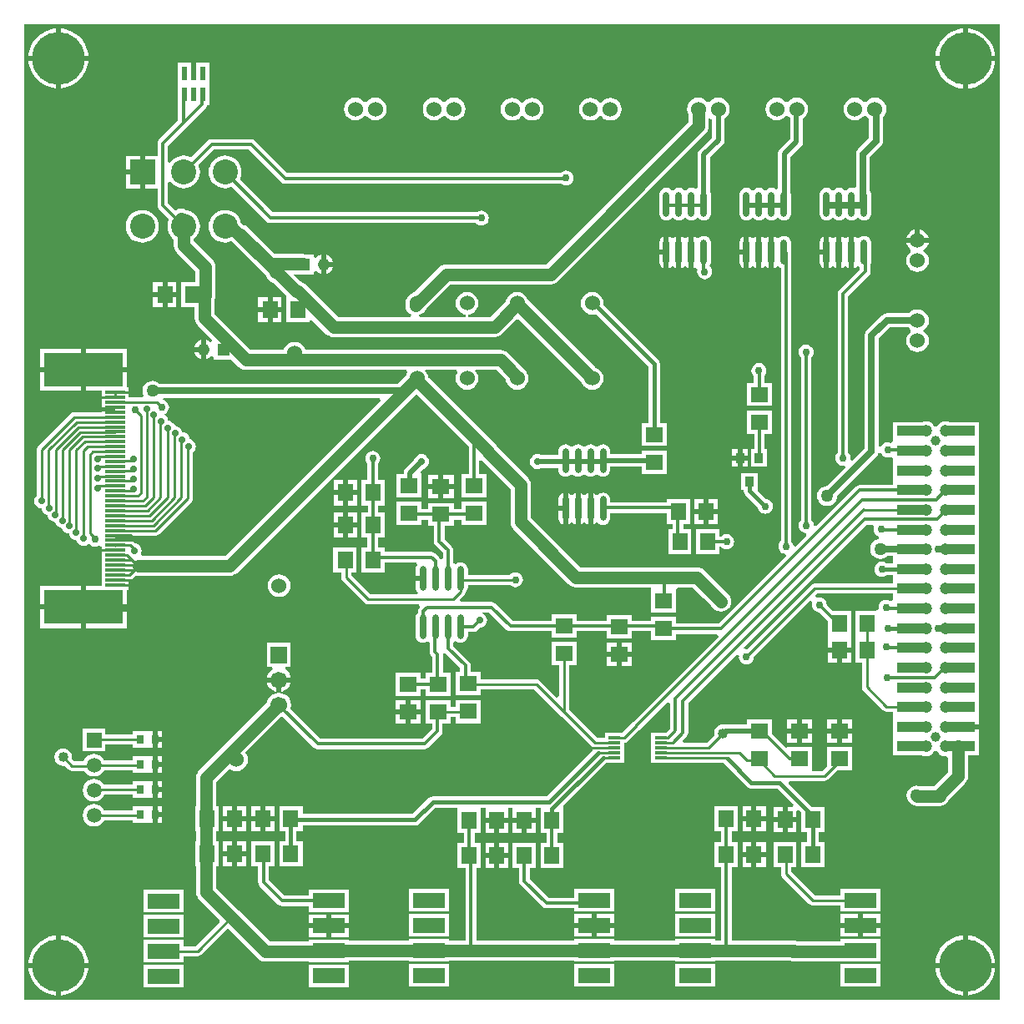
<source format=gtl>
%FSLAX23Y23*%
%MOIN*%
G70*
G01*
G75*
G04 Layer_Physical_Order=1*
G04 Layer_Color=255*
%ADD10R,0.063X0.071*%
%ADD11R,0.028X0.035*%
%ADD12R,0.047X0.013*%
%ADD13R,0.071X0.063*%
%ADD14R,0.022X0.057*%
%ADD15R,0.022X0.057*%
%ADD16R,0.315X0.138*%
%ADD17R,0.079X0.012*%
%ADD18R,0.130X0.060*%
%ADD19O,0.028X0.098*%
%ADD20R,0.033X0.039*%
%ADD21R,0.033X0.039*%
%ADD22C,0.060*%
%ADD23R,0.118X0.039*%
%ADD24C,0.010*%
%ADD25C,0.012*%
%ADD26C,0.015*%
%ADD27C,0.050*%
%ADD28C,0.020*%
%ADD29C,0.025*%
%ADD30R,0.049X0.049*%
%ADD31C,0.049*%
%ADD32C,0.067*%
%ADD33R,0.067X0.067*%
%ADD34R,0.100X0.100*%
%ADD35C,0.100*%
%ADD36C,0.210*%
%ADD37R,0.059X0.059*%
%ADD38C,0.059*%
%ADD39C,0.047*%
%ADD40C,0.039*%
%ADD41C,0.030*%
%ADD42C,0.029*%
%ADD43C,0.040*%
%ADD44C,0.050*%
G36*
X3759Y-137D02*
X-136Y-137D01*
X-136Y3758D01*
X3759Y3758D01*
X3759Y-137D01*
X3759Y-137D02*
G37*
%LPC*%
G36*
X750Y635D02*
X713Y635D01*
X713Y595D01*
X750Y595D01*
X750Y635D01*
X750Y635D02*
G37*
G36*
X2768Y635D02*
X2732Y635D01*
X2732Y595D01*
X2768Y595D01*
X2768Y635D01*
X2768Y635D02*
G37*
G36*
X693Y635D02*
X657Y635D01*
X657Y595D01*
X693Y595D01*
X693Y635D01*
X693Y635D02*
G37*
G36*
X864Y634D02*
X828Y634D01*
X828Y594D01*
X864Y594D01*
X864Y634D01*
X864Y634D02*
G37*
G36*
X808Y634D02*
X771Y634D01*
X771Y594D01*
X808Y594D01*
X808Y634D01*
X808Y634D02*
G37*
G36*
X2825Y635D02*
X2788Y635D01*
X2788Y595D01*
X2825Y595D01*
X2825Y635D01*
X2825Y635D02*
G37*
G36*
X414Y734D02*
X396Y734D01*
X396Y711D01*
X414Y711D01*
X414Y734D01*
X414Y734D02*
G37*
G36*
X19Y867D02*
X10Y866D01*
X1Y863D01*
X-6Y857D01*
X-12Y850D01*
X-15Y841D01*
X-16Y832D01*
X-15Y823D01*
X-12Y814D01*
X-6Y807D01*
X1Y801D01*
X10Y798D01*
X19Y797D01*
X25Y797D01*
X40Y783D01*
X46Y778D01*
X54Y777D01*
X103Y777D01*
X103Y777D01*
X110Y767D01*
X120Y760D01*
X130Y756D01*
X142Y754D01*
X154Y756D01*
X164Y760D01*
X174Y767D01*
X181Y777D01*
X182Y779D01*
X298Y779D01*
X298Y768D01*
X355Y768D01*
X355Y768D01*
X357Y768D01*
X362Y768D01*
X362Y768D01*
X362Y768D01*
X376Y768D01*
X376Y801D01*
X376Y834D01*
X362Y834D01*
X362Y834D01*
X362Y834D01*
X362Y834D01*
X361Y834D01*
X357Y834D01*
X350Y834D01*
X350Y834D01*
X350Y834D01*
X350Y834D01*
X350Y834D01*
X298Y834D01*
X298Y819D01*
X182Y819D01*
X181Y821D01*
X174Y831D01*
X164Y838D01*
X154Y842D01*
X142Y844D01*
X130Y842D01*
X120Y838D01*
X110Y831D01*
X103Y821D01*
X101Y817D01*
X62Y817D01*
X54Y826D01*
X54Y832D01*
X53Y841D01*
X50Y850D01*
X44Y857D01*
X37Y863D01*
X28Y866D01*
X19Y867D01*
X19Y867D02*
G37*
G36*
X414Y691D02*
X396Y691D01*
X396Y668D01*
X414Y668D01*
X414Y691D01*
X414Y691D02*
G37*
G36*
X414Y634D02*
X396Y634D01*
X396Y611D01*
X414Y611D01*
X414Y634D01*
X414Y634D02*
G37*
G36*
X142Y744D02*
X130Y742D01*
X120Y738D01*
X110Y731D01*
X103Y721D01*
X99Y711D01*
X97Y699D01*
X99Y687D01*
X103Y677D01*
X110Y667D01*
X120Y660D01*
X130Y656D01*
X142Y654D01*
X154Y656D01*
X164Y660D01*
X174Y667D01*
X181Y677D01*
X183Y681D01*
X298Y681D01*
X298Y668D01*
X355Y668D01*
X355Y668D01*
X357Y668D01*
X362Y668D01*
X362Y668D01*
X362Y668D01*
X376Y668D01*
X376Y701D01*
X376Y734D01*
X362Y734D01*
X362Y734D01*
X362Y734D01*
X362Y734D01*
X361Y734D01*
X357Y734D01*
X350Y734D01*
X350Y734D01*
X350Y734D01*
X350Y734D01*
X350Y734D01*
X298Y734D01*
X298Y721D01*
X181Y721D01*
X181Y721D01*
X174Y731D01*
X164Y738D01*
X154Y742D01*
X142Y744D01*
X142Y744D02*
G37*
G36*
X2892Y633D02*
X2855Y633D01*
X2855Y593D01*
X2892Y593D01*
X2892Y633D01*
X2892Y633D02*
G37*
G36*
X808Y574D02*
X771Y574D01*
X771Y534D01*
X808Y534D01*
X808Y574D01*
X808Y574D02*
G37*
G36*
X864Y574D02*
X828Y574D01*
X828Y534D01*
X864Y534D01*
X864Y574D01*
X864Y574D02*
G37*
G36*
X2948Y573D02*
X2912Y573D01*
X2912Y533D01*
X2948Y533D01*
X2948Y573D01*
X2948Y573D02*
G37*
G36*
X1907Y570D02*
X1871Y570D01*
X1871Y530D01*
X1907Y530D01*
X1907Y570D01*
X1907Y570D02*
G37*
G36*
X2892Y573D02*
X2855Y573D01*
X2855Y533D01*
X2892Y533D01*
X2892Y573D01*
X2892Y573D02*
G37*
G36*
X693Y575D02*
X657Y575D01*
X657Y535D01*
X693Y535D01*
X693Y575D01*
X693Y575D02*
G37*
G36*
X142Y644D02*
X130Y642D01*
X120Y638D01*
X110Y631D01*
X103Y621D01*
X99Y611D01*
X97Y599D01*
X99Y587D01*
X103Y577D01*
X110Y567D01*
X120Y560D01*
X130Y556D01*
X142Y554D01*
X154Y556D01*
X164Y560D01*
X174Y567D01*
X181Y577D01*
X182Y579D01*
X298Y579D01*
X298Y568D01*
X355Y568D01*
X355Y568D01*
X357Y568D01*
X362Y568D01*
X362Y568D01*
X362Y568D01*
X376Y568D01*
X376Y601D01*
X376Y634D01*
X362Y634D01*
X362Y634D01*
X362Y634D01*
X362Y634D01*
X361Y634D01*
X357Y634D01*
X350Y634D01*
X350Y634D01*
X350Y634D01*
X350Y634D01*
X350Y634D01*
X298Y634D01*
X298Y619D01*
X182Y619D01*
X181Y621D01*
X174Y631D01*
X164Y638D01*
X154Y642D01*
X142Y644D01*
X142Y644D02*
G37*
G36*
X414Y591D02*
X396Y591D01*
X396Y568D01*
X414Y568D01*
X414Y591D01*
X414Y591D02*
G37*
G36*
X2825Y575D02*
X2788Y575D01*
X2788Y535D01*
X2825Y535D01*
X2825Y575D01*
X2825Y575D02*
G37*
G36*
X750Y575D02*
X713Y575D01*
X713Y535D01*
X750Y535D01*
X750Y575D01*
X750Y575D02*
G37*
G36*
X2768Y575D02*
X2732Y575D01*
X2732Y535D01*
X2768Y535D01*
X2768Y575D01*
X2768Y575D02*
G37*
G36*
X1386Y1058D02*
X1346Y1058D01*
X1346Y1022D01*
X1386Y1022D01*
X1386Y1058D01*
X1386Y1058D02*
G37*
G36*
X1446Y1058D02*
X1406Y1058D01*
X1406Y1022D01*
X1446Y1022D01*
X1446Y1058D01*
X1446Y1058D02*
G37*
G36*
X1446Y1002D02*
X1406Y1002D01*
X1406Y965D01*
X1446Y965D01*
X1446Y1002D01*
X1446Y1002D02*
G37*
G36*
X3010Y982D02*
X2970Y982D01*
X2970Y945D01*
X3010Y945D01*
X3010Y982D01*
X3010Y982D02*
G37*
G36*
X1386Y1002D02*
X1346Y1002D01*
X1346Y965D01*
X1386Y965D01*
X1386Y1002D01*
X1386Y1002D02*
G37*
G36*
X870Y1130D02*
X832Y1130D01*
X833Y1127D01*
X838Y1116D01*
X845Y1105D01*
X856Y1098D01*
X867Y1093D01*
X870Y1092D01*
X870Y1130D01*
X870Y1130D02*
G37*
G36*
X119Y-10D02*
X10Y-10D01*
X10Y-120D01*
X19Y-119D01*
X37Y-115D01*
X54Y-107D01*
X71Y-98D01*
X85Y-85D01*
X97Y-71D01*
X107Y-55D01*
X114Y-37D01*
X119Y-19D01*
X119Y-10D01*
X119Y-10D02*
G37*
G36*
X3109Y1248D02*
X3072Y1248D01*
X3072Y1208D01*
X3109Y1208D01*
X3109Y1248D01*
X3109Y1248D02*
G37*
G36*
X3612Y-10D02*
X3502Y-10D01*
X3503Y-19D01*
X3507Y-37D01*
X3515Y-55D01*
X3524Y-71D01*
X3537Y-85D01*
X3551Y-98D01*
X3567Y-107D01*
X3585Y-115D01*
X3603Y-119D01*
X3612Y-120D01*
X3612Y-10D01*
X3612Y-10D02*
G37*
G36*
X928Y1130D02*
X890Y1130D01*
X890Y1092D01*
X893Y1093D01*
X904Y1098D01*
X915Y1105D01*
X922Y1116D01*
X927Y1127D01*
X928Y1130D01*
X928Y1130D02*
G37*
G36*
X928Y1288D02*
X832Y1288D01*
X832Y1192D01*
X852Y1192D01*
X853Y1188D01*
X855Y1182D01*
X845Y1175D01*
X838Y1164D01*
X833Y1153D01*
X832Y1150D01*
X928Y1150D01*
X927Y1153D01*
X922Y1164D01*
X915Y1175D01*
X905Y1182D01*
X907Y1188D01*
X908Y1192D01*
X928Y1192D01*
X928Y1288D01*
X928Y1288D02*
G37*
G36*
X2950Y982D02*
X2910Y982D01*
X2910Y945D01*
X2950Y945D01*
X2950Y982D01*
X2950Y982D02*
G37*
G36*
X414Y891D02*
X396Y891D01*
X396Y868D01*
X414Y868D01*
X414Y891D01*
X414Y891D02*
G37*
G36*
X3110Y925D02*
X3070Y925D01*
X3070Y889D01*
X3110Y889D01*
X3110Y925D01*
X3110Y925D02*
G37*
G36*
X187Y944D02*
X97Y944D01*
X97Y854D01*
X187Y854D01*
X187Y881D01*
X298Y881D01*
X298Y868D01*
X355Y868D01*
X355Y868D01*
X357Y868D01*
X362Y868D01*
X362Y868D01*
X362Y868D01*
X376Y868D01*
X376Y901D01*
X376Y934D01*
X362Y934D01*
X362Y934D01*
X362Y934D01*
X362Y934D01*
X361Y934D01*
X357Y934D01*
X350Y934D01*
X350Y934D01*
X350Y934D01*
X350Y934D01*
X350Y934D01*
X298Y934D01*
X298Y921D01*
X187Y921D01*
X187Y944D01*
X187Y944D02*
G37*
G36*
X414Y791D02*
X396Y791D01*
X396Y768D01*
X414Y768D01*
X414Y791D01*
X414Y791D02*
G37*
G36*
X414Y834D02*
X396Y834D01*
X396Y811D01*
X414Y811D01*
X414Y834D01*
X414Y834D02*
G37*
G36*
X3170Y925D02*
X3130Y925D01*
X3130Y889D01*
X3170Y889D01*
X3170Y925D01*
X3170Y925D02*
G37*
G36*
X3110Y982D02*
X3070Y982D01*
X3070Y945D01*
X3110Y945D01*
X3110Y982D01*
X3110Y982D02*
G37*
G36*
X3170Y982D02*
X3130Y982D01*
X3130Y945D01*
X3170Y945D01*
X3170Y982D01*
X3170Y982D02*
G37*
G36*
X414Y934D02*
X396Y934D01*
X396Y911D01*
X414Y911D01*
X414Y934D01*
X414Y934D02*
G37*
G36*
X2950Y925D02*
X2910Y925D01*
X2910Y889D01*
X2950Y889D01*
X2950Y925D01*
X2950Y925D02*
G37*
G36*
X3010Y925D02*
X2970Y925D01*
X2970Y889D01*
X3010Y889D01*
X3010Y925D01*
X3010Y925D02*
G37*
G36*
X2622Y204D02*
X2462Y204D01*
X2462Y114D01*
X2622Y114D01*
X2622Y204D01*
X2622Y204D02*
G37*
G36*
X2130Y150D02*
X2060Y150D01*
X2060Y115D01*
X2130Y115D01*
X2130Y150D01*
X2130Y150D02*
G37*
G36*
X1560Y204D02*
X1400Y204D01*
X1400Y114D01*
X1560Y114D01*
X1560Y204D01*
X1560Y204D02*
G37*
G36*
X1069Y148D02*
X999Y148D01*
X999Y113D01*
X1069Y113D01*
X1069Y148D01*
X1069Y148D02*
G37*
G36*
X1159Y148D02*
X1089Y148D01*
X1089Y113D01*
X1159Y113D01*
X1159Y148D01*
X1159Y148D02*
G37*
G36*
X2220Y150D02*
X2150Y150D01*
X2150Y115D01*
X2220Y115D01*
X2220Y150D01*
X2220Y150D02*
G37*
G36*
X1159Y203D02*
X1089Y203D01*
X1089Y168D01*
X1159Y168D01*
X1159Y203D01*
X1159Y203D02*
G37*
G36*
X2130Y205D02*
X2060Y205D01*
X2060Y170D01*
X2130Y170D01*
X2130Y205D01*
X2130Y205D02*
G37*
G36*
X1069Y203D02*
X999Y203D01*
X999Y168D01*
X1069Y168D01*
X1069Y203D01*
X1069Y203D02*
G37*
G36*
X3192Y150D02*
X3122Y150D01*
X3122Y115D01*
X3192Y115D01*
X3192Y150D01*
X3192Y150D02*
G37*
G36*
X3282Y150D02*
X3212Y150D01*
X3212Y115D01*
X3282Y115D01*
X3282Y150D01*
X3282Y150D02*
G37*
G36*
X499Y202D02*
X339Y202D01*
X339Y112D01*
X499Y112D01*
X499Y202D01*
X499Y202D02*
G37*
G36*
X1560Y4D02*
X1400Y4D01*
X1400Y-86D01*
X1560Y-86D01*
X1560Y4D01*
X1560Y4D02*
G37*
G36*
X2622Y4D02*
X2462Y4D01*
X2462Y-86D01*
X2622Y-86D01*
X2622Y4D01*
X2622Y4D02*
G37*
G36*
X1159Y3D02*
X999Y3D01*
X999Y-87D01*
X1159Y-87D01*
X1159Y3D01*
X1159Y3D02*
G37*
G36*
X3741Y-10D02*
X3632Y-10D01*
X3632Y-120D01*
X3641Y-119D01*
X3659Y-115D01*
X3677Y-107D01*
X3693Y-98D01*
X3707Y-85D01*
X3719Y-71D01*
X3729Y-55D01*
X3736Y-37D01*
X3741Y-19D01*
X3741Y-10D01*
X3741Y-10D02*
G37*
G36*
X499Y2D02*
X339Y2D01*
X339Y-88D01*
X499Y-88D01*
X499Y2D01*
X499Y2D02*
G37*
G36*
X2220Y5D02*
X2060Y5D01*
X2060Y-85D01*
X2220Y-85D01*
X2220Y5D01*
X2220Y5D02*
G37*
G36*
X3612Y119D02*
X3603Y119D01*
X3585Y114D01*
X3567Y107D01*
X3551Y97D01*
X3537Y85D01*
X3524Y71D01*
X3515Y54D01*
X3507Y37D01*
X3503Y19D01*
X3502Y10D01*
X3612Y10D01*
X3612Y119D01*
X3612Y119D02*
G37*
G36*
X3632Y119D02*
X3632Y10D01*
X3741Y10D01*
X3741Y19D01*
X3736Y37D01*
X3729Y54D01*
X3719Y71D01*
X3707Y85D01*
X3693Y97D01*
X3677Y107D01*
X3659Y114D01*
X3641Y119D01*
X3632Y119D01*
X3632Y119D02*
G37*
G36*
X10Y119D02*
X10Y10D01*
X119Y10D01*
X119Y19D01*
X114Y37D01*
X107Y54D01*
X97Y71D01*
X85Y85D01*
X71Y97D01*
X54Y107D01*
X37Y114D01*
X19Y119D01*
X10Y119D01*
X10Y119D02*
G37*
G36*
X3282Y5D02*
X3122Y5D01*
X3122Y-85D01*
X3282Y-85D01*
X3282Y5D01*
X3282Y5D02*
G37*
G36*
X-10Y119D02*
X-19Y119D01*
X-37Y114D01*
X-55Y107D01*
X-71Y97D01*
X-85Y85D01*
X-98Y71D01*
X-107Y54D01*
X-115Y37D01*
X-119Y19D01*
X-120Y10D01*
X-10Y10D01*
X-10Y119D01*
X-10Y119D02*
G37*
G36*
X2220Y205D02*
X2150Y205D01*
X2150Y170D01*
X2220Y170D01*
X2220Y205D01*
X2220Y205D02*
G37*
G36*
X1798Y490D02*
X1761Y490D01*
X1761Y450D01*
X1798Y450D01*
X1798Y490D01*
X1798Y490D02*
G37*
G36*
X2768Y491D02*
X2732Y491D01*
X2732Y451D01*
X2768Y451D01*
X2768Y491D01*
X2768Y491D02*
G37*
G36*
X1741Y490D02*
X1705Y490D01*
X1705Y450D01*
X1741Y450D01*
X1741Y490D01*
X1741Y490D02*
G37*
G36*
X693Y435D02*
X657Y435D01*
X657Y395D01*
X693Y395D01*
X693Y435D01*
X693Y435D02*
G37*
G36*
X750Y435D02*
X713Y435D01*
X713Y395D01*
X750Y395D01*
X750Y435D01*
X750Y435D02*
G37*
G36*
X2825Y491D02*
X2788Y491D01*
X2788Y451D01*
X2825Y451D01*
X2825Y491D01*
X2825Y491D02*
G37*
G36*
X1798Y570D02*
X1761Y570D01*
X1761Y530D01*
X1798Y530D01*
X1798Y570D01*
X1798Y570D02*
G37*
G36*
X1851Y570D02*
X1814Y570D01*
X1814Y530D01*
X1851Y530D01*
X1851Y570D01*
X1851Y570D02*
G37*
G36*
X1741Y570D02*
X1705Y570D01*
X1705Y530D01*
X1741Y530D01*
X1741Y570D01*
X1741Y570D02*
G37*
G36*
X693Y495D02*
X657Y495D01*
X657Y455D01*
X693Y455D01*
X693Y495D01*
X693Y495D02*
G37*
G36*
X750Y495D02*
X713Y495D01*
X713Y455D01*
X750Y455D01*
X750Y495D01*
X750Y495D02*
G37*
G36*
X2825Y431D02*
X2788Y431D01*
X2788Y391D01*
X2825Y391D01*
X2825Y431D01*
X2825Y431D02*
G37*
G36*
X864Y494D02*
X771Y494D01*
X771Y394D01*
X798Y394D01*
X798Y332D01*
X799Y324D01*
X799Y324D01*
X799Y324D01*
X804Y317D01*
X878Y243D01*
X878Y243D01*
X878Y243D01*
X878Y243D01*
X878Y243D01*
X878Y243D01*
X878Y243D01*
X878Y243D01*
X878Y243D01*
X878Y243D01*
X878Y243D01*
X878Y243D01*
X885Y238D01*
X893Y237D01*
X999Y237D01*
X999Y213D01*
X1159Y213D01*
X1159Y303D01*
X999Y303D01*
X999Y279D01*
X902Y279D01*
X840Y341D01*
X840Y394D01*
X864Y394D01*
X864Y494D01*
X864Y494D02*
G37*
G36*
X1560Y304D02*
X1400Y304D01*
X1400Y214D01*
X1560Y214D01*
X1560Y304D01*
X1560Y304D02*
G37*
G36*
X499Y302D02*
X339Y302D01*
X339Y212D01*
X499Y212D01*
X499Y302D01*
X499Y302D02*
G37*
G36*
X3192Y205D02*
X3122Y205D01*
X3122Y170D01*
X3192Y170D01*
X3192Y205D01*
X3192Y205D02*
G37*
G36*
X3282Y205D02*
X3212Y205D01*
X3212Y170D01*
X3282Y170D01*
X3282Y205D01*
X3282Y205D02*
G37*
G36*
X2622Y304D02*
X2462Y304D01*
X2462Y214D01*
X2622Y214D01*
X2622Y304D01*
X2622Y304D02*
G37*
G36*
X1798Y430D02*
X1761Y430D01*
X1761Y390D01*
X1798Y390D01*
X1798Y430D01*
X1798Y430D02*
G37*
G36*
X2768Y431D02*
X2732Y431D01*
X2732Y391D01*
X2768Y391D01*
X2768Y431D01*
X2768Y431D02*
G37*
G36*
X1741Y430D02*
X1705Y430D01*
X1705Y390D01*
X1741Y390D01*
X1741Y430D01*
X1741Y430D02*
G37*
G36*
X1907Y490D02*
X1814Y490D01*
X1814Y390D01*
X1839Y390D01*
X1839Y337D01*
X1841Y329D01*
X1841Y329D01*
X1841Y329D01*
X1846Y322D01*
X1934Y234D01*
X1941Y229D01*
X1941Y229D01*
X1941Y229D01*
X1941Y229D01*
X1941Y229D01*
X1941Y229D01*
X1949Y228D01*
X2060Y228D01*
X2060Y215D01*
X2220Y215D01*
X2220Y305D01*
X2060Y305D01*
X2060Y270D01*
X1958Y270D01*
X1882Y346D01*
X1882Y390D01*
X1907Y390D01*
X1907Y490D01*
X1907Y490D02*
G37*
G36*
X2948Y493D02*
X2855Y493D01*
X2855Y393D01*
X2885Y393D01*
X2885Y367D01*
X2885Y367D01*
X2885Y367D01*
X2886Y359D01*
X2891Y353D01*
X2998Y246D01*
X2998Y246D01*
X3004Y241D01*
X3004Y241D01*
X3004Y241D01*
X3004Y241D01*
X3004Y241D01*
X3004Y241D01*
X3012Y240D01*
X3012Y240D01*
X3122Y240D01*
X3122Y215D01*
X3282Y215D01*
X3282Y305D01*
X3122Y305D01*
X3122Y280D01*
X3020Y280D01*
X2925Y375D01*
X2925Y393D01*
X2948Y393D01*
X2948Y493D01*
X2948Y493D02*
G37*
G36*
X3058Y2910D02*
X3053Y2908D01*
X3047Y2904D01*
X3043Y2897D01*
X3040Y2890D01*
X3039Y2883D01*
X3039Y2858D01*
X3058Y2858D01*
X3058Y2910D01*
X3058Y2910D02*
G37*
G36*
X335Y3017D02*
X322Y3016D01*
X310Y3012D01*
X298Y3006D01*
X288Y2998D01*
X280Y2988D01*
X274Y2977D01*
X271Y2964D01*
X269Y2952D01*
X271Y2939D01*
X274Y2927D01*
X280Y2915D01*
X288Y2906D01*
X298Y2897D01*
X310Y2891D01*
X322Y2888D01*
X335Y2886D01*
X347Y2888D01*
X360Y2891D01*
X371Y2897D01*
X381Y2906D01*
X389Y2915D01*
X395Y2927D01*
X399Y2939D01*
X400Y2952D01*
X399Y2964D01*
X395Y2977D01*
X389Y2988D01*
X381Y2998D01*
X371Y3006D01*
X360Y3012D01*
X347Y3016D01*
X335Y3017D01*
X335Y3017D02*
G37*
G36*
X2738Y2910D02*
X2733Y2908D01*
X2727Y2904D01*
X2723Y2897D01*
X2720Y2890D01*
X2719Y2883D01*
X2719Y2858D01*
X2738Y2858D01*
X2738Y2910D01*
X2738Y2910D02*
G37*
G36*
X1069Y2839D02*
X1069Y2810D01*
X1098Y2810D01*
X1098Y2810D01*
X1094Y2820D01*
X1088Y2828D01*
X1079Y2835D01*
X1070Y2839D01*
X1069Y2839D01*
X1069Y2839D02*
G37*
G36*
X2418Y2910D02*
X2413Y2908D01*
X2407Y2904D01*
X2403Y2897D01*
X2400Y2890D01*
X2399Y2883D01*
X2399Y2858D01*
X2418Y2858D01*
X2418Y2910D01*
X2418Y2910D02*
G37*
G36*
X2468Y2910D02*
X2463Y2908D01*
X2457Y2904D01*
X2449Y2904D01*
X2443Y2908D01*
X2438Y2910D01*
X2438Y2848D01*
X2438Y2785D01*
X2443Y2787D01*
X2449Y2792D01*
X2457Y2792D01*
X2463Y2787D01*
X2468Y2785D01*
X2468Y2848D01*
X2468Y2910D01*
X2468Y2910D02*
G37*
G36*
X2838Y2910D02*
X2833Y2908D01*
X2827Y2904D01*
X2819Y2904D01*
X2813Y2908D01*
X2808Y2910D01*
X2808Y2848D01*
X2808Y2785D01*
X2813Y2787D01*
X2819Y2792D01*
X2827Y2792D01*
X2833Y2787D01*
X2838Y2785D01*
X2838Y2848D01*
X2838Y2910D01*
X2838Y2910D02*
G37*
G36*
X3108Y2910D02*
X3103Y2908D01*
X3097Y2904D01*
X3089Y2904D01*
X3083Y2908D01*
X3078Y2910D01*
X3078Y2848D01*
X3078Y2785D01*
X3083Y2787D01*
X3089Y2792D01*
X3097Y2792D01*
X3103Y2787D01*
X3108Y2785D01*
X3108Y2848D01*
X3108Y2910D01*
X3108Y2910D02*
G37*
G36*
X2788Y2910D02*
X2783Y2908D01*
X2777Y2904D01*
X2769Y2904D01*
X2763Y2908D01*
X2758Y2910D01*
X2758Y2848D01*
X2758Y2785D01*
X2763Y2787D01*
X2769Y2792D01*
X2777Y2792D01*
X2783Y2787D01*
X2788Y2785D01*
X2788Y2848D01*
X2788Y2910D01*
X2788Y2910D02*
G37*
G36*
X2518Y2910D02*
X2513Y2908D01*
X2507Y2904D01*
X2499Y2904D01*
X2493Y2908D01*
X2488Y2910D01*
X2488Y2848D01*
X2488Y2785D01*
X2493Y2787D01*
X2499Y2792D01*
X2507Y2792D01*
X2513Y2787D01*
X2518Y2785D01*
X2518Y2848D01*
X2518Y2910D01*
X2518Y2910D02*
G37*
G36*
X2578Y2912D02*
X2570Y2911D01*
X2563Y2908D01*
X2557Y2904D01*
X2549Y2904D01*
X2543Y2908D01*
X2538Y2910D01*
X2538Y2848D01*
X2538Y2785D01*
X2543Y2787D01*
X2543Y2787D01*
X2547Y2787D01*
X2552Y2779D01*
X2552Y2778D01*
X2551Y2770D01*
X2552Y2762D01*
X2555Y2755D01*
X2560Y2749D01*
X2566Y2744D01*
X2573Y2741D01*
X2581Y2740D01*
X2589Y2741D01*
X2596Y2744D01*
X2602Y2749D01*
X2607Y2755D01*
X2610Y2762D01*
X2611Y2770D01*
X2610Y2778D01*
X2607Y2785D01*
X2602Y2791D01*
X2600Y2793D01*
X2603Y2798D01*
X2606Y2805D01*
X2607Y2812D01*
X2607Y2883D01*
X2606Y2890D01*
X2603Y2897D01*
X2599Y2904D01*
X2593Y2908D01*
X2586Y2911D01*
X2578Y2912D01*
X2578Y2912D02*
G37*
G36*
X3058Y2838D02*
X3039Y2838D01*
X3039Y2812D01*
X3040Y2805D01*
X3043Y2798D01*
X3047Y2792D01*
X3053Y2787D01*
X3058Y2785D01*
X3058Y2838D01*
X3058Y2838D02*
G37*
G36*
X835Y2670D02*
X798Y2670D01*
X798Y2630D01*
X835Y2630D01*
X835Y2670D01*
X835Y2670D02*
G37*
G36*
X891Y2670D02*
X855Y2670D01*
X855Y2630D01*
X891Y2630D01*
X891Y2670D01*
X891Y2670D02*
G37*
G36*
X471Y2670D02*
X435Y2670D01*
X435Y2630D01*
X471Y2630D01*
X471Y2670D01*
X471Y2670D02*
G37*
G36*
X891Y2610D02*
X855Y2610D01*
X855Y2570D01*
X891Y2570D01*
X891Y2610D01*
X891Y2610D02*
G37*
G36*
X415Y2670D02*
X378Y2670D01*
X378Y2630D01*
X415Y2630D01*
X415Y2670D01*
X415Y2670D02*
G37*
G36*
X415Y2730D02*
X378Y2730D01*
X378Y2690D01*
X415Y2690D01*
X415Y2730D01*
X415Y2730D02*
G37*
G36*
X2418Y2838D02*
X2399Y2838D01*
X2399Y2812D01*
X2400Y2805D01*
X2403Y2798D01*
X2407Y2792D01*
X2413Y2787D01*
X2418Y2785D01*
X2418Y2838D01*
X2418Y2838D02*
G37*
G36*
X2738Y2838D02*
X2719Y2838D01*
X2719Y2812D01*
X2720Y2805D01*
X2723Y2798D01*
X2727Y2792D01*
X2733Y2787D01*
X2738Y2785D01*
X2738Y2838D01*
X2738Y2838D02*
G37*
G36*
X3475Y2885D02*
X3387Y2885D01*
X3387Y2883D01*
X3392Y2872D01*
X3399Y2863D01*
X3403Y2860D01*
X3403Y2850D01*
X3399Y2847D01*
X3392Y2838D01*
X3387Y2827D01*
X3386Y2815D01*
X3387Y2803D01*
X3392Y2792D01*
X3399Y2783D01*
X3408Y2776D01*
X3419Y2771D01*
X3431Y2770D01*
X3443Y2771D01*
X3454Y2776D01*
X3463Y2783D01*
X3470Y2792D01*
X3475Y2803D01*
X3476Y2815D01*
X3475Y2827D01*
X3470Y2838D01*
X3463Y2847D01*
X3454Y2854D01*
X3454Y2856D01*
X3463Y2863D01*
X3470Y2872D01*
X3475Y2883D01*
X3475Y2885D01*
X3475Y2885D02*
G37*
G36*
X471Y2730D02*
X435Y2730D01*
X435Y2690D01*
X471Y2690D01*
X471Y2730D01*
X471Y2730D02*
G37*
G36*
X1098Y2790D02*
X1069Y2790D01*
X1069Y2761D01*
X1070Y2761D01*
X1079Y2765D01*
X1088Y2772D01*
X1094Y2780D01*
X1098Y2790D01*
X1098Y2790D01*
X1098Y2790D02*
G37*
G36*
X3741Y3612D02*
X3632Y3612D01*
X3632Y3502D01*
X3641Y3503D01*
X3659Y3507D01*
X3677Y3515D01*
X3693Y3524D01*
X3707Y3537D01*
X3719Y3551D01*
X3729Y3567D01*
X3736Y3585D01*
X3741Y3603D01*
X3741Y3612D01*
X3741Y3612D02*
G37*
G36*
X-10Y3613D02*
X-120Y3613D01*
X-119Y3604D01*
X-115Y3586D01*
X-107Y3568D01*
X-98Y3552D01*
X-85Y3538D01*
X-71Y3525D01*
X-55Y3516D01*
X-37Y3508D01*
X-19Y3504D01*
X-10Y3503D01*
X-10Y3613D01*
X-10Y3613D02*
G37*
G36*
X3612Y3612D02*
X3502Y3612D01*
X3503Y3603D01*
X3507Y3585D01*
X3515Y3567D01*
X3524Y3551D01*
X3537Y3537D01*
X3551Y3524D01*
X3567Y3515D01*
X3585Y3507D01*
X3603Y3503D01*
X3612Y3502D01*
X3612Y3612D01*
X3612Y3612D02*
G37*
G36*
X2949Y3465D02*
X2937Y3464D01*
X2926Y3459D01*
X2917Y3452D01*
X2914Y3448D01*
X2904Y3448D01*
X2901Y3452D01*
X2892Y3459D01*
X2881Y3464D01*
X2869Y3465D01*
X2857Y3464D01*
X2846Y3459D01*
X2837Y3452D01*
X2830Y3443D01*
X2825Y3432D01*
X2824Y3420D01*
X2825Y3408D01*
X2830Y3397D01*
X2837Y3388D01*
X2846Y3381D01*
X2857Y3376D01*
X2869Y3375D01*
X2881Y3376D01*
X2892Y3381D01*
X2901Y3388D01*
X2904Y3392D01*
X2914Y3392D01*
X2917Y3388D01*
X2923Y3384D01*
X2923Y3301D01*
X2881Y3259D01*
X2875Y3251D01*
X2874Y3241D01*
X2874Y3104D01*
X2865Y3099D01*
X2863Y3101D01*
X2856Y3104D01*
X2848Y3105D01*
X2840Y3104D01*
X2833Y3101D01*
X2827Y3096D01*
X2819Y3096D01*
X2813Y3101D01*
X2806Y3104D01*
X2798Y3105D01*
X2790Y3104D01*
X2783Y3101D01*
X2777Y3096D01*
X2769Y3096D01*
X2763Y3101D01*
X2756Y3104D01*
X2748Y3105D01*
X2740Y3104D01*
X2733Y3101D01*
X2727Y3096D01*
X2723Y3090D01*
X2720Y3083D01*
X2719Y3076D01*
X2719Y3005D01*
X2720Y2998D01*
X2723Y2991D01*
X2727Y2984D01*
X2733Y2980D01*
X2740Y2977D01*
X2748Y2976D01*
X2756Y2977D01*
X2763Y2980D01*
X2769Y2984D01*
X2777Y2984D01*
X2783Y2980D01*
X2790Y2977D01*
X2798Y2976D01*
X2806Y2977D01*
X2813Y2980D01*
X2819Y2984D01*
X2827Y2984D01*
X2833Y2980D01*
X2840Y2977D01*
X2848Y2976D01*
X2856Y2977D01*
X2863Y2980D01*
X2869Y2984D01*
X2877Y2984D01*
X2883Y2980D01*
X2890Y2977D01*
X2898Y2976D01*
X2906Y2977D01*
X2913Y2980D01*
X2919Y2984D01*
X2923Y2991D01*
X2926Y2998D01*
X2927Y3005D01*
X2927Y3076D01*
X2926Y3083D01*
X2924Y3087D01*
X2924Y3230D01*
X2966Y3272D01*
X2972Y3280D01*
X2973Y3290D01*
X2973Y3290D01*
X2973Y3290D01*
X2973Y3290D01*
X2973Y3382D01*
X2981Y3388D01*
X2988Y3397D01*
X2993Y3408D01*
X2994Y3420D01*
X2993Y3432D01*
X2988Y3443D01*
X2981Y3452D01*
X2972Y3459D01*
X2961Y3464D01*
X2949Y3465D01*
X2949Y3465D02*
G37*
G36*
X3261Y3465D02*
X3249Y3464D01*
X3238Y3459D01*
X3229Y3452D01*
X3226Y3448D01*
X3216Y3448D01*
X3213Y3452D01*
X3204Y3459D01*
X3193Y3464D01*
X3181Y3465D01*
X3169Y3464D01*
X3158Y3459D01*
X3149Y3452D01*
X3142Y3443D01*
X3137Y3432D01*
X3136Y3420D01*
X3137Y3408D01*
X3142Y3397D01*
X3149Y3388D01*
X3158Y3381D01*
X3169Y3376D01*
X3181Y3375D01*
X3193Y3376D01*
X3204Y3381D01*
X3213Y3388D01*
X3216Y3392D01*
X3226Y3392D01*
X3229Y3388D01*
X3238Y3381D01*
X3238Y3304D01*
X3193Y3260D01*
X3189Y3254D01*
X3188Y3251D01*
X3186Y3247D01*
X3185Y3240D01*
X3185Y3109D01*
X3177Y3103D01*
X3176Y3104D01*
X3168Y3105D01*
X3160Y3104D01*
X3153Y3101D01*
X3147Y3096D01*
X3139Y3096D01*
X3133Y3101D01*
X3126Y3104D01*
X3118Y3105D01*
X3110Y3104D01*
X3103Y3101D01*
X3097Y3096D01*
X3089Y3096D01*
X3083Y3101D01*
X3076Y3104D01*
X3068Y3105D01*
X3060Y3104D01*
X3053Y3101D01*
X3047Y3096D01*
X3043Y3090D01*
X3040Y3083D01*
X3039Y3076D01*
X3039Y3005D01*
X3040Y2998D01*
X3043Y2991D01*
X3047Y2984D01*
X3053Y2980D01*
X3060Y2977D01*
X3068Y2976D01*
X3076Y2977D01*
X3083Y2980D01*
X3089Y2984D01*
X3097Y2984D01*
X3103Y2980D01*
X3110Y2977D01*
X3118Y2976D01*
X3126Y2977D01*
X3133Y2980D01*
X3139Y2984D01*
X3147Y2984D01*
X3153Y2980D01*
X3160Y2977D01*
X3168Y2976D01*
X3176Y2977D01*
X3183Y2980D01*
X3189Y2984D01*
X3197Y2984D01*
X3203Y2980D01*
X3210Y2977D01*
X3218Y2976D01*
X3226Y2977D01*
X3233Y2980D01*
X3239Y2984D01*
X3243Y2991D01*
X3246Y2998D01*
X3247Y3005D01*
X3247Y3076D01*
X3246Y3083D01*
X3243Y3090D01*
X3241Y3094D01*
X3241Y3229D01*
X3286Y3273D01*
X3290Y3279D01*
X3293Y3286D01*
X3293Y3286D01*
X3293Y3286D01*
X3293Y3286D01*
X3294Y3293D01*
X3294Y3389D01*
X3300Y3397D01*
X3305Y3408D01*
X3306Y3420D01*
X3305Y3432D01*
X3300Y3443D01*
X3293Y3452D01*
X3284Y3459D01*
X3273Y3464D01*
X3261Y3465D01*
X3261Y3465D02*
G37*
G36*
X119Y3613D02*
X10Y3613D01*
X10Y3503D01*
X19Y3504D01*
X37Y3508D01*
X54Y3516D01*
X71Y3525D01*
X85Y3538D01*
X97Y3552D01*
X107Y3568D01*
X114Y3586D01*
X119Y3604D01*
X119Y3613D01*
X119Y3613D02*
G37*
G36*
X-10Y3742D02*
X-19Y3742D01*
X-37Y3737D01*
X-55Y3730D01*
X-71Y3720D01*
X-85Y3708D01*
X-98Y3694D01*
X-107Y3678D01*
X-115Y3660D01*
X-119Y3642D01*
X-120Y3633D01*
X-10Y3633D01*
X-10Y3742D01*
X-10Y3742D02*
G37*
G36*
X10Y3742D02*
X10Y3633D01*
X119Y3633D01*
X119Y3642D01*
X114Y3660D01*
X107Y3678D01*
X97Y3694D01*
X85Y3708D01*
X71Y3720D01*
X54Y3730D01*
X37Y3737D01*
X19Y3742D01*
X10Y3742D01*
X10Y3742D02*
G37*
G36*
X3632Y3741D02*
X3632Y3632D01*
X3741Y3632D01*
X3741Y3641D01*
X3736Y3659D01*
X3729Y3677D01*
X3719Y3693D01*
X3707Y3707D01*
X3693Y3719D01*
X3677Y3729D01*
X3659Y3736D01*
X3641Y3741D01*
X3632Y3741D01*
X3632Y3741D02*
G37*
G36*
X566Y3606D02*
X550Y3606D01*
X550Y3562D01*
X530Y3562D01*
X530Y3606D01*
X477Y3606D01*
X477Y3519D01*
X477Y3434D01*
X478Y3434D01*
X478Y3374D01*
X401Y3297D01*
X396Y3290D01*
X395Y3282D01*
X395Y3233D01*
X345Y3233D01*
X345Y3168D01*
X345Y3103D01*
X395Y3103D01*
X395Y3036D01*
X396Y3028D01*
X401Y3021D01*
X441Y2980D01*
X440Y2977D01*
X436Y2964D01*
X435Y2952D01*
X436Y2939D01*
X440Y2927D01*
X446Y2915D01*
X454Y2906D01*
X461Y2900D01*
X461Y2875D01*
X461Y2875D01*
X462Y2865D01*
X466Y2855D01*
X472Y2846D01*
X547Y2772D01*
X547Y2730D01*
X489Y2730D01*
X489Y2630D01*
X544Y2630D01*
X544Y2584D01*
X544Y2584D01*
X545Y2574D01*
X549Y2564D01*
X555Y2555D01*
X614Y2497D01*
X608Y2489D01*
X601Y2495D01*
X591Y2499D01*
X591Y2499D01*
X591Y2460D01*
X591Y2421D01*
X591Y2421D01*
X601Y2425D01*
X609Y2432D01*
X610Y2434D01*
X620Y2430D01*
X620Y2420D01*
X691Y2420D01*
X721Y2389D01*
X721Y2389D01*
X730Y2383D01*
X740Y2379D01*
X750Y2378D01*
X750Y2378D01*
X1267Y2378D01*
X1274Y2379D01*
X1281Y2378D01*
X1390Y2378D01*
X1394Y2369D01*
X1393Y2367D01*
X1391Y2364D01*
X1391Y2363D01*
X1389Y2358D01*
X1353Y2322D01*
X404Y2322D01*
X404Y2323D01*
X395Y2329D01*
X385Y2333D01*
X375Y2334D01*
X365Y2333D01*
X355Y2329D01*
X346Y2323D01*
X340Y2314D01*
X336Y2304D01*
X335Y2294D01*
X336Y2284D01*
X339Y2277D01*
X333Y2269D01*
X280Y2269D01*
X280Y2270D01*
X280Y2270D01*
X280Y2270D01*
X280Y2278D01*
X280Y2298D01*
X280Y2298D01*
X280Y2309D01*
X272Y2309D01*
X272Y2368D01*
X110Y2368D01*
X110Y2294D01*
X172Y2294D01*
X172Y2298D01*
X172Y2298D01*
X172Y2278D01*
X172Y2270D01*
X172Y2270D01*
X172Y2270D01*
X172Y2228D01*
X172Y2228D01*
X226Y2228D01*
X226Y2219D01*
X226Y2211D01*
X172Y2211D01*
X172Y2210D01*
X64Y2210D01*
X64Y2210D01*
X56Y2209D01*
X49Y2204D01*
X-80Y2074D01*
X-85Y2068D01*
X-86Y2060D01*
X-86Y1877D01*
X-88Y1876D01*
X-93Y1870D01*
X-96Y1863D01*
X-97Y1855D01*
X-96Y1847D01*
X-93Y1840D01*
X-88Y1834D01*
X-82Y1829D01*
X-75Y1826D01*
X-68Y1825D01*
X-67Y1819D01*
X-64Y1812D01*
X-59Y1806D01*
X-53Y1801D01*
X-46Y1798D01*
X-42Y1798D01*
X-42Y1792D01*
X-39Y1785D01*
X-34Y1779D01*
X-28Y1774D01*
X-21Y1771D01*
X-14Y1770D01*
X-14Y1769D01*
X-11Y1762D01*
X-6Y1756D01*
X0Y1751D01*
X7Y1748D01*
X14Y1747D01*
X14Y1746D01*
X17Y1739D01*
X22Y1733D01*
X28Y1728D01*
X35Y1725D01*
X42Y1724D01*
X42Y1720D01*
X45Y1713D01*
X50Y1707D01*
X56Y1702D01*
X63Y1699D01*
X71Y1698D01*
X71Y1698D01*
X74Y1691D01*
X79Y1685D01*
X85Y1680D01*
X92Y1677D01*
X100Y1676D01*
X108Y1677D01*
X115Y1680D01*
X121Y1685D01*
X121Y1685D01*
X125Y1681D01*
X125Y1681D01*
X125Y1681D01*
X125Y1681D01*
X131Y1676D01*
X138Y1673D01*
X146Y1672D01*
X154Y1673D01*
X161Y1676D01*
X163Y1677D01*
X172Y1673D01*
X172Y1657D01*
X172Y1640D01*
X172Y1598D01*
X172Y1581D01*
X172Y1539D01*
X172Y1539D01*
X172Y1539D01*
X172Y1530D01*
X172Y1510D01*
X172Y1510D01*
X172Y1514D01*
X110Y1514D01*
X110Y1441D01*
X272Y1441D01*
X272Y1500D01*
X280Y1500D01*
X280Y1510D01*
X280Y1510D01*
X280Y1530D01*
X280Y1539D01*
X280Y1539D01*
X280Y1539D01*
X280Y1540D01*
X284Y1540D01*
X292Y1541D01*
X298Y1546D01*
X310Y1557D01*
X311Y1557D01*
X321Y1556D01*
X684Y1556D01*
X684Y1556D01*
X694Y1557D01*
X704Y1561D01*
X713Y1567D01*
X1429Y2283D01*
X1639Y2073D01*
X1639Y1962D01*
X1610Y1962D01*
X1610Y1869D01*
X1710Y1869D01*
X1710Y1962D01*
X1681Y1962D01*
X1681Y2014D01*
X1691Y2018D01*
X1806Y1903D01*
X1806Y1771D01*
X1806Y1771D01*
X1807Y1761D01*
X1811Y1751D01*
X1817Y1742D01*
X2038Y1521D01*
X2047Y1515D01*
X2057Y1511D01*
X2067Y1510D01*
X2067Y1510D01*
X2368Y1510D01*
X2368Y1503D01*
X2368Y1503D01*
X2368Y1410D01*
X2468Y1410D01*
X2468Y1503D01*
X2468Y1503D01*
X2468Y1503D01*
X2475Y1510D01*
X2533Y1510D01*
X2570Y1473D01*
X2570Y1473D01*
X2576Y1464D01*
X2585Y1458D01*
X2585Y1458D01*
X2606Y1437D01*
X2607Y1435D01*
X2613Y1426D01*
X2622Y1420D01*
X2632Y1416D01*
X2632Y1416D01*
X2637Y1414D01*
X2647Y1413D01*
X2657Y1414D01*
X2667Y1418D01*
X2676Y1424D01*
X2682Y1433D01*
X2686Y1443D01*
X2687Y1453D01*
X2686Y1463D01*
X2682Y1473D01*
X2676Y1482D01*
X2672Y1485D01*
X2672Y1485D01*
X2579Y1579D01*
X2570Y1585D01*
X2560Y1589D01*
X2550Y1590D01*
X2550Y1590D01*
X2084Y1590D01*
X1886Y1788D01*
X1886Y1920D01*
X1885Y1930D01*
X1883Y1934D01*
X1881Y1940D01*
X1875Y1949D01*
X1875Y1949D01*
X1753Y2070D01*
X1752Y2072D01*
X1749Y2076D01*
X1746Y2081D01*
X1746Y2081D01*
X1477Y2349D01*
X1476Y2356D01*
X1471Y2367D01*
X1464Y2376D01*
X1465Y2378D01*
X1590Y2378D01*
X1594Y2369D01*
X1593Y2367D01*
X1588Y2356D01*
X1587Y2344D01*
X1588Y2332D01*
X1593Y2321D01*
X1600Y2312D01*
X1609Y2305D01*
X1620Y2300D01*
X1632Y2299D01*
X1644Y2300D01*
X1655Y2305D01*
X1664Y2312D01*
X1671Y2321D01*
X1676Y2332D01*
X1677Y2344D01*
X1676Y2356D01*
X1671Y2367D01*
X1664Y2376D01*
X1665Y2378D01*
X1749Y2378D01*
X1787Y2340D01*
X1788Y2332D01*
X1793Y2321D01*
X1800Y2312D01*
X1809Y2305D01*
X1820Y2300D01*
X1832Y2299D01*
X1844Y2300D01*
X1855Y2305D01*
X1864Y2312D01*
X1871Y2321D01*
X1876Y2332D01*
X1877Y2344D01*
X1876Y2356D01*
X1871Y2367D01*
X1869Y2369D01*
X1869Y2370D01*
X1863Y2379D01*
X1795Y2447D01*
X1786Y2453D01*
X1776Y2457D01*
X1766Y2458D01*
X1766Y2458D01*
X1288Y2458D01*
X1280Y2459D01*
X1270Y2458D01*
X1267Y2458D01*
X986Y2458D01*
X982Y2468D01*
X975Y2477D01*
X966Y2484D01*
X955Y2489D01*
X943Y2490D01*
X931Y2489D01*
X920Y2484D01*
X911Y2477D01*
X904Y2468D01*
X900Y2458D01*
X767Y2458D01*
X624Y2601D01*
X624Y2662D01*
X626Y2666D01*
X627Y2676D01*
X627Y2789D01*
X626Y2800D01*
X622Y2809D01*
X619Y2813D01*
X615Y2818D01*
X615Y2818D01*
X541Y2892D01*
X541Y2902D01*
X546Y2906D01*
X554Y2915D01*
X560Y2927D01*
X564Y2939D01*
X565Y2952D01*
X564Y2964D01*
X560Y2977D01*
X554Y2988D01*
X546Y2998D01*
X536Y3006D01*
X525Y3012D01*
X513Y3016D01*
X513Y3016D01*
X511Y3017D01*
X501Y3021D01*
X491Y3022D01*
X481Y3021D01*
X471Y3017D01*
X468Y3014D01*
X437Y3045D01*
X437Y3127D01*
X447Y3131D01*
X454Y3122D01*
X464Y3114D01*
X475Y3108D01*
X487Y3104D01*
X500Y3103D01*
X513Y3104D01*
X525Y3108D01*
X536Y3114D01*
X546Y3122D01*
X554Y3132D01*
X560Y3143D01*
X564Y3156D01*
X565Y3168D01*
X564Y3181D01*
X560Y3193D01*
X559Y3196D01*
X621Y3258D01*
X760Y3258D01*
X890Y3128D01*
X897Y3123D01*
X897Y3123D01*
X897Y3123D01*
X897Y3123D01*
X897Y3123D01*
X897Y3123D01*
X905Y3122D01*
X2008Y3122D01*
X2013Y3118D01*
X2020Y3115D01*
X2028Y3114D01*
X2036Y3115D01*
X2043Y3118D01*
X2049Y3123D01*
X2054Y3129D01*
X2057Y3136D01*
X2058Y3144D01*
X2057Y3152D01*
X2054Y3159D01*
X2049Y3165D01*
X2043Y3170D01*
X2036Y3173D01*
X2028Y3174D01*
X2020Y3173D01*
X2013Y3170D01*
X2007Y3165D01*
X2006Y3164D01*
X914Y3164D01*
X784Y3294D01*
X777Y3299D01*
X769Y3300D01*
X612Y3300D01*
X604Y3299D01*
X597Y3294D01*
X529Y3226D01*
X525Y3229D01*
X513Y3232D01*
X500Y3234D01*
X487Y3232D01*
X475Y3229D01*
X464Y3223D01*
X454Y3214D01*
X447Y3206D01*
X437Y3209D01*
X437Y3273D01*
X514Y3350D01*
X514Y3350D01*
X589Y3425D01*
X594Y3432D01*
X594Y3434D01*
X603Y3434D01*
X603Y3521D01*
X603Y3521D01*
X603Y3606D01*
X566Y3606D01*
X566Y3606D01*
X566Y3606D02*
G37*
G36*
X3612Y3741D02*
X3603Y3741D01*
X3585Y3736D01*
X3567Y3729D01*
X3551Y3719D01*
X3537Y3707D01*
X3524Y3693D01*
X3515Y3677D01*
X3507Y3659D01*
X3503Y3641D01*
X3502Y3632D01*
X3612Y3632D01*
X3612Y3741D01*
X3612Y3741D02*
G37*
G36*
X2636Y3465D02*
X2624Y3464D01*
X2613Y3459D01*
X2604Y3452D01*
X2601Y3448D01*
X2591Y3448D01*
X2588Y3452D01*
X2579Y3459D01*
X2568Y3464D01*
X2556Y3465D01*
X2544Y3464D01*
X2533Y3459D01*
X2524Y3452D01*
X2517Y3443D01*
X2512Y3432D01*
X2511Y3420D01*
X2512Y3408D01*
X2517Y3397D01*
X2517Y3368D01*
X1949Y2800D01*
X1549Y2800D01*
X1549Y2800D01*
X1539Y2799D01*
X1529Y2795D01*
X1520Y2789D01*
X1419Y2688D01*
X1409Y2683D01*
X1400Y2676D01*
X1393Y2667D01*
X1388Y2656D01*
X1387Y2650D01*
X1386Y2646D01*
X1385Y2636D01*
X1386Y2626D01*
X1390Y2616D01*
X1396Y2607D01*
X1405Y2601D01*
X1409Y2599D01*
X1407Y2589D01*
X1116Y2589D01*
X985Y2721D01*
X976Y2727D01*
X973Y2728D01*
X968Y2731D01*
X940Y2758D01*
X941Y2760D01*
X941Y2760D01*
X941Y2760D01*
X941Y2760D01*
X1020Y2760D01*
X1020Y2770D01*
X1030Y2774D01*
X1031Y2772D01*
X1039Y2765D01*
X1049Y2761D01*
X1049Y2761D01*
X1049Y2800D01*
X1049Y2839D01*
X1049Y2839D01*
X1039Y2835D01*
X1031Y2828D01*
X1030Y2826D01*
X1020Y2830D01*
X1020Y2840D01*
X987Y2840D01*
X986Y2840D01*
X976Y2841D01*
X863Y2841D01*
X757Y2948D01*
X748Y2954D01*
X741Y2957D01*
X728Y2970D01*
X726Y2977D01*
X720Y2988D01*
X712Y2998D01*
X702Y3006D01*
X690Y3012D01*
X678Y3016D01*
X665Y3017D01*
X653Y3016D01*
X640Y3012D01*
X629Y3006D01*
X619Y2998D01*
X611Y2988D01*
X605Y2977D01*
X601Y2964D01*
X600Y2952D01*
X601Y2939D01*
X605Y2927D01*
X611Y2915D01*
X619Y2906D01*
X629Y2897D01*
X640Y2891D01*
X653Y2888D01*
X665Y2886D01*
X678Y2888D01*
X690Y2891D01*
X692Y2892D01*
X829Y2755D01*
X833Y2746D01*
X840Y2737D01*
X849Y2730D01*
X858Y2726D01*
X910Y2674D01*
X909Y2670D01*
X909Y2670D01*
X909Y2670D01*
X909Y2570D01*
X1002Y2570D01*
X1002Y2576D01*
X1011Y2580D01*
X1070Y2520D01*
X1070Y2520D01*
X1075Y2517D01*
X1079Y2514D01*
X1089Y2510D01*
X1099Y2509D01*
X1709Y2509D01*
X1717Y2510D01*
X1742Y2510D01*
X1742Y2510D01*
X1752Y2511D01*
X1762Y2515D01*
X1771Y2521D01*
X1829Y2580D01*
X1839Y2580D01*
X2085Y2333D01*
X2089Y2325D01*
X2095Y2316D01*
X2098Y2315D01*
X2100Y2312D01*
X2109Y2305D01*
X2120Y2300D01*
X2132Y2299D01*
X2144Y2300D01*
X2155Y2305D01*
X2164Y2312D01*
X2171Y2321D01*
X2176Y2332D01*
X2177Y2344D01*
X2176Y2356D01*
X2171Y2367D01*
X2164Y2376D01*
X2155Y2383D01*
X2146Y2387D01*
X1875Y2658D01*
X1871Y2667D01*
X1864Y2676D01*
X1855Y2683D01*
X1844Y2688D01*
X1832Y2689D01*
X1820Y2688D01*
X1809Y2683D01*
X1800Y2676D01*
X1793Y2667D01*
X1788Y2656D01*
X1788Y2653D01*
X1725Y2590D01*
X1675Y2590D01*
X1667Y2589D01*
X1638Y2589D01*
X1637Y2599D01*
X1637Y2599D01*
X1637Y2599D01*
X1644Y2600D01*
X1655Y2605D01*
X1664Y2612D01*
X1671Y2621D01*
X1676Y2632D01*
X1677Y2644D01*
X1676Y2656D01*
X1671Y2667D01*
X1664Y2676D01*
X1655Y2683D01*
X1644Y2688D01*
X1632Y2689D01*
X1620Y2688D01*
X1609Y2683D01*
X1600Y2676D01*
X1593Y2667D01*
X1588Y2656D01*
X1587Y2644D01*
X1588Y2632D01*
X1593Y2621D01*
X1600Y2612D01*
X1609Y2605D01*
X1620Y2600D01*
X1627Y2599D01*
X1626Y2590D01*
X1625Y2589D01*
X1443Y2589D01*
X1441Y2599D01*
X1443Y2600D01*
X1444Y2600D01*
X1455Y2605D01*
X1464Y2612D01*
X1471Y2621D01*
X1474Y2628D01*
X1566Y2720D01*
X1966Y2720D01*
X1976Y2721D01*
X1986Y2725D01*
X1995Y2731D01*
X1996Y2733D01*
X1998Y2734D01*
X2586Y3322D01*
X2586Y3322D01*
X2592Y3331D01*
X2596Y3341D01*
X2597Y3351D01*
X2597Y3351D01*
X2597Y3382D01*
X2601Y3383D01*
X2610Y3378D01*
X2610Y3307D01*
X2559Y3256D01*
X2553Y3248D01*
X2552Y3238D01*
X2552Y3105D01*
X2543Y3101D01*
X2543Y3101D01*
X2536Y3104D01*
X2528Y3105D01*
X2520Y3104D01*
X2513Y3101D01*
X2507Y3096D01*
X2499Y3096D01*
X2493Y3101D01*
X2486Y3104D01*
X2478Y3105D01*
X2470Y3104D01*
X2463Y3101D01*
X2457Y3096D01*
X2449Y3096D01*
X2443Y3101D01*
X2436Y3104D01*
X2428Y3105D01*
X2420Y3104D01*
X2413Y3101D01*
X2407Y3096D01*
X2403Y3090D01*
X2400Y3083D01*
X2399Y3076D01*
X2399Y3005D01*
X2400Y2998D01*
X2403Y2991D01*
X2407Y2984D01*
X2413Y2980D01*
X2420Y2977D01*
X2428Y2976D01*
X2436Y2977D01*
X2443Y2980D01*
X2449Y2984D01*
X2457Y2984D01*
X2463Y2980D01*
X2470Y2977D01*
X2478Y2976D01*
X2486Y2977D01*
X2493Y2980D01*
X2499Y2984D01*
X2507Y2984D01*
X2513Y2980D01*
X2520Y2977D01*
X2528Y2976D01*
X2536Y2977D01*
X2543Y2980D01*
X2549Y2984D01*
X2557Y2984D01*
X2563Y2980D01*
X2570Y2977D01*
X2578Y2976D01*
X2586Y2977D01*
X2593Y2980D01*
X2599Y2984D01*
X2603Y2991D01*
X2606Y2998D01*
X2607Y3005D01*
X2607Y3076D01*
X2606Y3083D01*
X2603Y3090D01*
X2602Y3091D01*
X2602Y3227D01*
X2653Y3278D01*
X2659Y3286D01*
X2660Y3296D01*
X2660Y3296D01*
X2660Y3296D01*
X2660Y3296D01*
X2660Y3382D01*
X2668Y3388D01*
X2675Y3397D01*
X2680Y3408D01*
X2681Y3420D01*
X2680Y3432D01*
X2675Y3443D01*
X2668Y3452D01*
X2659Y3459D01*
X2648Y3464D01*
X2636Y3465D01*
X2636Y3465D02*
G37*
G36*
X3441Y2939D02*
X3441Y2905D01*
X3475Y2905D01*
X3475Y2907D01*
X3470Y2918D01*
X3463Y2927D01*
X3454Y2934D01*
X3443Y2939D01*
X3441Y2939D01*
X3441Y2939D02*
G37*
G36*
X665Y3234D02*
X653Y3232D01*
X640Y3229D01*
X629Y3223D01*
X619Y3214D01*
X611Y3205D01*
X605Y3193D01*
X601Y3181D01*
X600Y3168D01*
X601Y3156D01*
X605Y3143D01*
X611Y3132D01*
X619Y3122D01*
X629Y3114D01*
X640Y3108D01*
X653Y3104D01*
X665Y3103D01*
X678Y3104D01*
X690Y3108D01*
X694Y3110D01*
X831Y2972D01*
X838Y2967D01*
X838Y2967D01*
X838Y2967D01*
X838Y2967D01*
X838Y2967D01*
X838Y2967D01*
X847Y2966D01*
X1665Y2966D01*
X1668Y2963D01*
X1674Y2958D01*
X1681Y2955D01*
X1689Y2954D01*
X1697Y2955D01*
X1704Y2958D01*
X1710Y2963D01*
X1715Y2969D01*
X1718Y2976D01*
X1719Y2984D01*
X1718Y2992D01*
X1715Y2999D01*
X1710Y3005D01*
X1704Y3010D01*
X1697Y3013D01*
X1689Y3014D01*
X1681Y3013D01*
X1674Y3010D01*
X1672Y3008D01*
X855Y3008D01*
X724Y3140D01*
X726Y3143D01*
X729Y3156D01*
X731Y3168D01*
X729Y3181D01*
X726Y3193D01*
X720Y3205D01*
X712Y3214D01*
X702Y3223D01*
X690Y3229D01*
X678Y3232D01*
X665Y3234D01*
X665Y3234D02*
G37*
G36*
X3421Y2939D02*
X3419Y2939D01*
X3408Y2934D01*
X3399Y2927D01*
X3392Y2918D01*
X3387Y2907D01*
X3387Y2905D01*
X3421Y2905D01*
X3421Y2939D01*
X3421Y2939D02*
G37*
G36*
X3158Y2910D02*
X3153Y2908D01*
X3147Y2904D01*
X3139Y2904D01*
X3133Y2908D01*
X3128Y2910D01*
X3128Y2848D01*
X3128Y2785D01*
X3133Y2787D01*
X3139Y2792D01*
X3147Y2792D01*
X3153Y2787D01*
X3158Y2785D01*
X3158Y2848D01*
X3158Y2910D01*
X3158Y2910D02*
G37*
G36*
X3218Y2912D02*
X3210Y2911D01*
X3203Y2908D01*
X3197Y2904D01*
X3189Y2904D01*
X3183Y2908D01*
X3178Y2910D01*
X3178Y2848D01*
X3178Y2785D01*
X3183Y2787D01*
X3189Y2792D01*
X3197Y2792D01*
X3201Y2789D01*
X3201Y2779D01*
X3118Y2696D01*
X3113Y2689D01*
X3112Y2681D01*
X3112Y2047D01*
X3107Y2041D01*
X3104Y2034D01*
X3103Y2026D01*
X3104Y2018D01*
X3107Y2011D01*
X3112Y2005D01*
X3118Y2000D01*
X3125Y1997D01*
X3133Y1996D01*
X3140Y1997D01*
X3144Y1988D01*
X3071Y1914D01*
X3070Y1914D01*
X3060Y1913D01*
X3050Y1909D01*
X3041Y1903D01*
X3035Y1894D01*
X3031Y1884D01*
X3030Y1874D01*
X3031Y1864D01*
X3035Y1854D01*
X3041Y1845D01*
X3050Y1839D01*
X3060Y1835D01*
X3070Y1834D01*
X3080Y1835D01*
X3090Y1839D01*
X3099Y1845D01*
X3105Y1854D01*
X3109Y1864D01*
X3110Y1874D01*
X3110Y1875D01*
X3267Y2031D01*
X3271Y2037D01*
X3272Y2040D01*
X3274Y2044D01*
X3274Y2047D01*
X3284Y2048D01*
X3286Y2044D01*
X3291Y2038D01*
X3297Y2033D01*
X3304Y2030D01*
X3312Y2029D01*
X3320Y2030D01*
X3323Y2031D01*
X3332Y2026D01*
X3332Y2020D01*
X3332Y2020D01*
X3332Y2011D01*
X3332Y2011D01*
X3332Y1942D01*
X3332Y1942D01*
X3332Y1932D01*
X3332Y1932D01*
X3332Y1919D01*
X3200Y1919D01*
X3192Y1917D01*
X3185Y1913D01*
X3027Y1756D01*
X3017Y1757D01*
X3016Y1757D01*
X3015Y1765D01*
X3012Y1772D01*
X3007Y1778D01*
X3007Y2428D01*
X3012Y2434D01*
X3015Y2441D01*
X3016Y2449D01*
X3015Y2457D01*
X3012Y2464D01*
X3007Y2470D01*
X3001Y2475D01*
X2994Y2478D01*
X2986Y2479D01*
X2978Y2478D01*
X2971Y2475D01*
X2965Y2470D01*
X2960Y2464D01*
X2957Y2457D01*
X2956Y2449D01*
X2957Y2441D01*
X2960Y2434D01*
X2965Y2428D01*
X2965Y1778D01*
X2960Y1772D01*
X2957Y1765D01*
X2956Y1757D01*
X2957Y1749D01*
X2960Y1742D01*
X2965Y1736D01*
X2971Y1731D01*
X2978Y1728D01*
X2986Y1727D01*
X2986Y1726D01*
X2987Y1716D01*
X2944Y1673D01*
X2935Y1676D01*
X2934Y1681D01*
X2931Y1688D01*
X2928Y1692D01*
X2928Y2844D01*
X2927Y2851D01*
X2927Y2883D01*
X2926Y2890D01*
X2923Y2897D01*
X2919Y2904D01*
X2913Y2908D01*
X2906Y2911D01*
X2898Y2912D01*
X2890Y2911D01*
X2883Y2908D01*
X2877Y2904D01*
X2869Y2904D01*
X2863Y2908D01*
X2858Y2910D01*
X2858Y2848D01*
X2858Y2785D01*
X2863Y2787D01*
X2869Y2792D01*
X2877Y2792D01*
X2883Y2787D01*
X2886Y2786D01*
X2886Y1696D01*
X2884Y1694D01*
X2879Y1688D01*
X2876Y1681D01*
X2875Y1673D01*
X2876Y1665D01*
X2879Y1658D01*
X2884Y1652D01*
X2890Y1647D01*
X2897Y1644D01*
X2902Y1643D01*
X2905Y1634D01*
X2637Y1365D01*
X2468Y1365D01*
X2468Y1392D01*
X2368Y1392D01*
X2368Y1377D01*
X2290Y1377D01*
X2290Y1400D01*
X2190Y1400D01*
X2190Y1377D01*
X2070Y1377D01*
X2070Y1402D01*
X1970Y1402D01*
X1970Y1377D01*
X1814Y1377D01*
X1745Y1445D01*
X1738Y1450D01*
X1730Y1451D01*
X1607Y1451D01*
X1603Y1461D01*
X1619Y1477D01*
X1624Y1483D01*
X1625Y1488D01*
X1627Y1489D01*
X1631Y1496D01*
X1634Y1503D01*
X1635Y1510D01*
X1635Y1520D01*
X1803Y1520D01*
X1804Y1519D01*
X1810Y1514D01*
X1817Y1511D01*
X1825Y1510D01*
X1833Y1511D01*
X1840Y1514D01*
X1846Y1519D01*
X1851Y1525D01*
X1854Y1532D01*
X1855Y1540D01*
X1854Y1548D01*
X1851Y1555D01*
X1846Y1561D01*
X1840Y1566D01*
X1833Y1569D01*
X1825Y1570D01*
X1817Y1569D01*
X1810Y1566D01*
X1804Y1561D01*
X1803Y1560D01*
X1635Y1560D01*
X1635Y1581D01*
X1634Y1588D01*
X1631Y1595D01*
X1627Y1601D01*
X1621Y1606D01*
X1614Y1609D01*
X1606Y1610D01*
X1598Y1609D01*
X1591Y1606D01*
X1586Y1602D01*
X1581Y1605D01*
X1577Y1608D01*
X1577Y1658D01*
X1576Y1666D01*
X1571Y1673D01*
X1542Y1702D01*
X1542Y1754D01*
X1579Y1754D01*
X1579Y1779D01*
X1610Y1779D01*
X1610Y1758D01*
X1710Y1758D01*
X1710Y1851D01*
X1610Y1851D01*
X1610Y1822D01*
X1579Y1822D01*
X1579Y1847D01*
X1478Y1847D01*
X1478Y1822D01*
X1450Y1822D01*
X1450Y1851D01*
X1350Y1851D01*
X1350Y1758D01*
X1450Y1758D01*
X1450Y1779D01*
X1478Y1779D01*
X1478Y1754D01*
X1500Y1754D01*
X1500Y1693D01*
X1501Y1685D01*
X1501Y1685D01*
X1501Y1685D01*
X1506Y1678D01*
X1535Y1649D01*
X1535Y1626D01*
X1525Y1623D01*
X1521Y1629D01*
X1505Y1645D01*
X1498Y1650D01*
X1490Y1651D01*
X1302Y1651D01*
X1302Y1670D01*
X1276Y1670D01*
X1276Y1710D01*
X1303Y1710D01*
X1303Y1810D01*
X1277Y1810D01*
X1277Y1837D01*
X1303Y1837D01*
X1303Y1938D01*
X1276Y1938D01*
X1276Y2003D01*
X1281Y2009D01*
X1284Y2016D01*
X1285Y2024D01*
X1284Y2032D01*
X1281Y2039D01*
X1276Y2045D01*
X1270Y2050D01*
X1263Y2053D01*
X1255Y2054D01*
X1247Y2053D01*
X1240Y2050D01*
X1234Y2045D01*
X1229Y2039D01*
X1226Y2032D01*
X1225Y2024D01*
X1226Y2016D01*
X1229Y2009D01*
X1234Y2003D01*
X1234Y1938D01*
X1210Y1938D01*
X1210Y1837D01*
X1235Y1837D01*
X1235Y1810D01*
X1210Y1810D01*
X1210Y1710D01*
X1234Y1710D01*
X1234Y1670D01*
X1209Y1670D01*
X1209Y1570D01*
X1302Y1570D01*
X1302Y1609D01*
X1430Y1609D01*
X1434Y1600D01*
X1431Y1595D01*
X1428Y1588D01*
X1427Y1581D01*
X1427Y1555D01*
X1456Y1555D01*
X1456Y1535D01*
X1427Y1535D01*
X1427Y1510D01*
X1428Y1503D01*
X1431Y1496D01*
X1435Y1490D01*
X1432Y1486D01*
X1429Y1481D01*
X1245Y1481D01*
X1170Y1557D01*
X1170Y1570D01*
X1191Y1570D01*
X1191Y1670D01*
X1098Y1670D01*
X1098Y1570D01*
X1129Y1570D01*
X1129Y1548D01*
X1129Y1548D01*
X1129Y1548D01*
X1131Y1540D01*
X1135Y1534D01*
X1223Y1447D01*
X1229Y1442D01*
X1237Y1441D01*
X1440Y1441D01*
X1444Y1431D01*
X1442Y1429D01*
X1437Y1422D01*
X1436Y1414D01*
X1436Y1409D01*
X1435Y1409D01*
X1431Y1402D01*
X1428Y1395D01*
X1427Y1388D01*
X1427Y1317D01*
X1428Y1310D01*
X1431Y1303D01*
X1435Y1297D01*
X1441Y1292D01*
X1448Y1289D01*
X1456Y1288D01*
X1464Y1289D01*
X1471Y1292D01*
X1473Y1294D01*
X1482Y1289D01*
X1482Y1253D01*
X1483Y1245D01*
X1483Y1245D01*
X1483Y1245D01*
X1488Y1238D01*
X1493Y1233D01*
X1493Y1169D01*
X1466Y1169D01*
X1466Y1144D01*
X1446Y1144D01*
X1446Y1169D01*
X1346Y1169D01*
X1346Y1076D01*
X1446Y1076D01*
X1446Y1101D01*
X1466Y1101D01*
X1466Y1076D01*
X1566Y1076D01*
X1566Y1169D01*
X1535Y1169D01*
X1535Y1242D01*
X1535Y1244D01*
X1544Y1249D01*
X1604Y1189D01*
X1604Y1171D01*
X1587Y1171D01*
X1587Y1078D01*
X1687Y1078D01*
X1687Y1103D01*
X1901Y1103D01*
X2004Y1000D01*
X2006Y997D01*
X2008Y995D01*
X2011Y993D01*
X2129Y874D01*
X2135Y870D01*
X2135Y868D01*
X2133Y857D01*
X1950Y675D01*
X1495Y675D01*
X1486Y673D01*
X1479Y668D01*
X1414Y604D01*
X975Y604D01*
X975Y634D01*
X882Y634D01*
X882Y534D01*
X905Y534D01*
X905Y494D01*
X882Y494D01*
X882Y394D01*
X975Y394D01*
X975Y494D01*
X951Y494D01*
X951Y534D01*
X975Y534D01*
X975Y558D01*
X1424Y558D01*
X1433Y560D01*
X1440Y565D01*
X1440Y565D01*
X1440Y565D01*
X1505Y629D01*
X1594Y629D01*
X1594Y530D01*
X1619Y530D01*
X1619Y490D01*
X1594Y490D01*
X1594Y390D01*
X1627Y390D01*
X1627Y100D01*
X1560Y100D01*
X1560Y104D01*
X1400Y104D01*
X1400Y100D01*
X1159Y100D01*
X1159Y103D01*
X999Y103D01*
X999Y94D01*
X845Y94D01*
X719Y220D01*
X719Y220D01*
X630Y309D01*
X630Y395D01*
X639Y395D01*
X639Y495D01*
X630Y495D01*
X630Y535D01*
X639Y535D01*
X639Y635D01*
X630Y635D01*
X630Y733D01*
X683Y786D01*
X688Y782D01*
X699Y777D01*
X711Y776D01*
X723Y777D01*
X734Y782D01*
X743Y789D01*
X750Y798D01*
X755Y809D01*
X756Y821D01*
X755Y833D01*
X750Y844D01*
X746Y849D01*
X888Y991D01*
X888Y991D01*
X888Y991D01*
X889Y991D01*
X898Y991D01*
X898Y991D01*
X1021Y869D01*
X1028Y864D01*
X1028Y864D01*
X1028Y864D01*
X1028Y864D01*
X1028Y864D01*
X1028Y864D01*
X1036Y863D01*
X1462Y863D01*
X1470Y864D01*
X1477Y869D01*
X1477Y869D01*
X1477Y869D01*
X1528Y920D01*
X1533Y927D01*
X1533Y927D01*
X1533Y927D01*
X1534Y935D01*
X1534Y965D01*
X1566Y965D01*
X1566Y991D01*
X1587Y991D01*
X1587Y967D01*
X1687Y967D01*
X1687Y1060D01*
X1587Y1060D01*
X1587Y1032D01*
X1566Y1032D01*
X1566Y1058D01*
X1466Y1058D01*
X1466Y965D01*
X1492Y965D01*
X1492Y944D01*
X1453Y905D01*
X1045Y905D01*
X926Y1024D01*
X927Y1027D01*
X929Y1040D01*
X927Y1053D01*
X922Y1064D01*
X915Y1075D01*
X904Y1082D01*
X893Y1087D01*
X880Y1089D01*
X867Y1087D01*
X856Y1082D01*
X845Y1075D01*
X838Y1064D01*
X833Y1053D01*
X832Y1049D01*
X561Y779D01*
X555Y770D01*
X551Y760D01*
X550Y750D01*
X550Y750D01*
X550Y635D01*
X546Y635D01*
X546Y535D01*
X550Y535D01*
X550Y495D01*
X546Y495D01*
X546Y395D01*
X550Y395D01*
X550Y292D01*
X550Y292D01*
X551Y282D01*
X555Y272D01*
X561Y263D01*
X643Y182D01*
X643Y172D01*
X548Y77D01*
X499Y77D01*
X499Y102D01*
X339Y102D01*
X339Y12D01*
X499Y12D01*
X499Y37D01*
X556Y37D01*
X564Y38D01*
X570Y43D01*
X676Y149D01*
X799Y25D01*
X799Y25D01*
X808Y19D01*
X808Y19D01*
X808Y19D01*
X808Y19D01*
X808Y19D01*
X808Y19D01*
X818Y15D01*
X828Y14D01*
X828Y14D01*
X999Y14D01*
X999Y13D01*
X1159Y13D01*
X1159Y20D01*
X1400Y20D01*
X1400Y14D01*
X1560Y14D01*
X1560Y20D01*
X2060Y20D01*
X2060Y15D01*
X2220Y15D01*
X2220Y20D01*
X2462Y20D01*
X2462Y14D01*
X2622Y14D01*
X2622Y20D01*
X2668Y20D01*
X2670Y20D01*
X2672Y20D01*
X2920Y20D01*
X2924Y18D01*
X2934Y17D01*
X3122Y17D01*
X3122Y15D01*
X3282Y15D01*
X3282Y105D01*
X3122Y105D01*
X3122Y97D01*
X2949Y97D01*
X2945Y99D01*
X2935Y100D01*
X2689Y100D01*
X2689Y391D01*
X2714Y391D01*
X2714Y491D01*
X2689Y491D01*
X2689Y535D01*
X2714Y535D01*
X2714Y635D01*
X2621Y635D01*
X2621Y600D01*
X2621Y599D01*
X2620Y589D01*
X2621Y579D01*
X2621Y578D01*
X2621Y535D01*
X2646Y535D01*
X2646Y491D01*
X2621Y491D01*
X2621Y391D01*
X2646Y391D01*
X2646Y100D01*
X2622Y100D01*
X2622Y104D01*
X2462Y104D01*
X2462Y100D01*
X2220Y100D01*
X2220Y105D01*
X2060Y105D01*
X2060Y100D01*
X1669Y100D01*
X1669Y390D01*
X1687Y390D01*
X1687Y490D01*
X1662Y490D01*
X1662Y530D01*
X1687Y530D01*
X1687Y629D01*
X1705Y629D01*
X1705Y590D01*
X1798Y590D01*
X1798Y629D01*
X1814Y629D01*
X1814Y590D01*
X1907Y590D01*
X1907Y629D01*
X1925Y629D01*
X1925Y530D01*
X1950Y530D01*
X1950Y490D01*
X1925Y490D01*
X1925Y390D01*
X2018Y390D01*
X2018Y490D01*
X1993Y490D01*
X1993Y530D01*
X2018Y530D01*
X2018Y630D01*
X2018Y630D01*
X2018Y630D01*
X2015Y637D01*
X2187Y808D01*
X2260Y808D01*
X2260Y828D01*
X2260Y848D01*
X2260Y888D01*
X2267Y890D01*
X2274Y894D01*
X2318Y938D01*
X2318Y938D01*
X2325Y943D01*
X2433Y1051D01*
X2443Y1047D01*
X2443Y945D01*
X2427Y930D01*
X2368Y930D01*
X2368Y910D01*
X2368Y867D01*
X2368Y828D01*
X2368Y808D01*
X2445Y808D01*
X2445Y810D01*
X2655Y810D01*
X2656Y809D01*
X2751Y714D01*
X2751Y714D01*
X2751Y714D01*
X2751Y714D01*
X2751Y714D01*
X2758Y709D01*
X2767Y707D01*
X2871Y707D01*
X2936Y643D01*
X2932Y633D01*
X2912Y633D01*
X2912Y593D01*
X2948Y593D01*
X2948Y617D01*
X2958Y621D01*
X2966Y613D01*
X2966Y533D01*
X2989Y533D01*
X2989Y493D01*
X2966Y493D01*
X2966Y393D01*
X3059Y393D01*
X3059Y493D01*
X3035Y493D01*
X3035Y533D01*
X3059Y533D01*
X3059Y633D01*
X3010Y633D01*
X2916Y727D01*
X2920Y737D01*
X3059Y737D01*
X3067Y738D01*
X3073Y743D01*
X3073Y743D01*
X3073Y743D01*
X3109Y778D01*
X3170Y778D01*
X3170Y871D01*
X3070Y871D01*
X3070Y796D01*
X3051Y777D01*
X3010Y777D01*
X3010Y778D01*
X3010Y778D01*
X3010Y871D01*
X2910Y871D01*
X2910Y871D01*
X2910Y871D01*
X2906Y870D01*
X2850Y925D01*
X2850Y982D01*
X2750Y982D01*
X2750Y961D01*
X2664Y961D01*
X2663Y961D01*
X2654Y962D01*
X2645Y961D01*
X2636Y958D01*
X2629Y952D01*
X2623Y945D01*
X2620Y936D01*
X2619Y927D01*
X2620Y920D01*
X2589Y889D01*
X2498Y889D01*
X2494Y899D01*
X2509Y914D01*
X2514Y921D01*
X2514Y921D01*
X2514Y921D01*
X2515Y929D01*
X2515Y1047D01*
X2710Y1241D01*
X2719Y1237D01*
X2718Y1231D01*
X2719Y1223D01*
X2722Y1216D01*
X2727Y1210D01*
X2733Y1205D01*
X2740Y1202D01*
X2748Y1201D01*
X2756Y1202D01*
X2763Y1205D01*
X2769Y1210D01*
X2774Y1216D01*
X2777Y1223D01*
X2778Y1231D01*
X2778Y1232D01*
X3003Y1457D01*
X3011Y1452D01*
X3010Y1448D01*
X3009Y1440D01*
X3010Y1432D01*
X3013Y1425D01*
X3018Y1419D01*
X3024Y1414D01*
X3031Y1411D01*
X3039Y1410D01*
X3040Y1410D01*
X3073Y1377D01*
X3073Y1317D01*
X3073Y1317D01*
X3073Y1309D01*
X3072Y1308D01*
X3072Y1308D01*
X3072Y1268D01*
X3165Y1268D01*
X3165Y1308D01*
X3165Y1308D01*
X3165Y1316D01*
X3166Y1317D01*
X3166Y1317D01*
X3166Y1417D01*
X3090Y1417D01*
X3069Y1439D01*
X3069Y1440D01*
X3068Y1448D01*
X3065Y1455D01*
X3060Y1461D01*
X3054Y1466D01*
X3047Y1469D01*
X3039Y1470D01*
X3031Y1469D01*
X3027Y1468D01*
X3022Y1476D01*
X3029Y1484D01*
X3332Y1484D01*
X3332Y1469D01*
X3332Y1469D01*
X3332Y1460D01*
X3332Y1460D01*
X3332Y1459D01*
X3323Y1454D01*
X3320Y1456D01*
X3313Y1459D01*
X3305Y1460D01*
X3297Y1459D01*
X3290Y1456D01*
X3284Y1451D01*
X3279Y1445D01*
X3276Y1438D01*
X3275Y1430D01*
X3275Y1425D01*
X3271Y1420D01*
X3264Y1417D01*
X3184Y1417D01*
X3184Y1317D01*
X3184Y1317D01*
X3184Y1309D01*
X3183Y1308D01*
X3183Y1308D01*
X3183Y1208D01*
X3210Y1208D01*
X3210Y1111D01*
X3210Y1111D01*
X3210Y1111D01*
X3211Y1103D01*
X3216Y1096D01*
X3294Y1019D01*
X3300Y1014D01*
X3308Y1013D01*
X3332Y1013D01*
X3332Y997D01*
X3332Y997D01*
X3332Y988D01*
X3332Y988D01*
X3332Y918D01*
X3332Y918D01*
X3332Y909D01*
X3332Y909D01*
X3332Y839D01*
X3447Y839D01*
X3455Y836D01*
X3465Y835D01*
X3475Y836D01*
X3484Y840D01*
X3492Y847D01*
X3498Y855D01*
X3499Y856D01*
X3509Y856D01*
X3510Y855D01*
X3516Y847D01*
X3524Y840D01*
X3533Y836D01*
X3543Y835D01*
X3545Y835D01*
X3552Y829D01*
X3552Y772D01*
X3497Y717D01*
X3436Y717D01*
X3428Y718D01*
X3418Y717D01*
X3408Y713D01*
X3399Y707D01*
X3393Y698D01*
X3389Y688D01*
X3388Y678D01*
X3389Y668D01*
X3393Y658D01*
X3399Y649D01*
X3400Y648D01*
X3409Y642D01*
X3419Y638D01*
X3429Y637D01*
X3519Y637D01*
X3529Y638D01*
X3539Y642D01*
X3548Y648D01*
X3554Y657D01*
X3556Y662D01*
X3621Y727D01*
X3628Y735D01*
X3632Y745D01*
X3633Y756D01*
X3633Y839D01*
X3676Y839D01*
X3676Y909D01*
X3676Y909D01*
X3676Y909D01*
X3676Y909D01*
X3676Y918D01*
X3676Y918D01*
X3676Y943D01*
X3602Y943D01*
X3602Y963D01*
X3676Y963D01*
X3676Y988D01*
X3676Y988D01*
X3676Y988D01*
X3676Y988D01*
X3676Y997D01*
X3676Y997D01*
X3676Y1066D01*
X3676Y1066D01*
X3676Y1066D01*
X3676Y1066D01*
X3676Y1076D01*
X3676Y1076D01*
X3676Y1145D01*
X3676Y1145D01*
X3676Y1145D01*
X3676Y1145D01*
X3676Y1154D01*
X3676Y1154D01*
X3676Y1224D01*
X3676Y1224D01*
X3676Y1224D01*
X3676Y1224D01*
X3676Y1233D01*
X3676Y1233D01*
X3676Y1302D01*
X3676Y1302D01*
X3676Y1302D01*
X3676Y1302D01*
X3676Y1312D01*
X3676Y1312D01*
X3676Y1381D01*
X3676Y1381D01*
X3676Y1381D01*
X3676Y1381D01*
X3676Y1391D01*
X3676Y1391D01*
X3676Y1460D01*
X3676Y1460D01*
X3676Y1460D01*
X3676Y1460D01*
X3676Y1469D01*
X3676Y1469D01*
X3676Y1539D01*
X3676Y1539D01*
X3676Y1539D01*
X3676Y1539D01*
X3676Y1548D01*
X3676Y1548D01*
X3676Y1617D01*
X3676Y1617D01*
X3676Y1617D01*
X3676Y1617D01*
X3676Y1627D01*
X3676Y1627D01*
X3676Y1696D01*
X3676Y1696D01*
X3676Y1696D01*
X3676Y1696D01*
X3676Y1706D01*
X3676Y1706D01*
X3676Y1775D01*
X3676Y1775D01*
X3676Y1775D01*
X3676Y1775D01*
X3676Y1784D01*
X3676Y1784D01*
X3676Y1854D01*
X3676Y1854D01*
X3676Y1854D01*
X3676Y1854D01*
X3676Y1863D01*
X3676Y1863D01*
X3676Y1932D01*
X3676Y1932D01*
X3676Y1932D01*
X3676Y1932D01*
X3676Y1942D01*
X3676Y1942D01*
X3676Y2011D01*
X3676Y2011D01*
X3676Y2011D01*
X3676Y2011D01*
X3676Y2020D01*
X3676Y2020D01*
X3676Y2090D01*
X3676Y2090D01*
X3676Y2090D01*
X3676Y2090D01*
X3676Y2099D01*
X3676Y2099D01*
X3676Y2169D01*
X3561Y2169D01*
X3553Y2172D01*
X3543Y2173D01*
X3533Y2172D01*
X3524Y2168D01*
X3516Y2161D01*
X3510Y2153D01*
X3509Y2152D01*
X3499Y2152D01*
X3498Y2153D01*
X3492Y2161D01*
X3484Y2168D01*
X3475Y2172D01*
X3465Y2173D01*
X3455Y2172D01*
X3447Y2169D01*
X3332Y2169D01*
X3332Y2099D01*
X3332Y2099D01*
X3332Y2092D01*
X3323Y2087D01*
X3320Y2088D01*
X3312Y2089D01*
X3304Y2088D01*
X3297Y2085D01*
X3291Y2080D01*
X3286Y2074D01*
X3285Y2071D01*
X3275Y2073D01*
X3275Y2503D01*
X3320Y2548D01*
X3395Y2548D01*
X3399Y2543D01*
X3403Y2540D01*
X3403Y2530D01*
X3399Y2527D01*
X3392Y2518D01*
X3387Y2507D01*
X3386Y2495D01*
X3387Y2483D01*
X3392Y2472D01*
X3399Y2463D01*
X3408Y2456D01*
X3419Y2451D01*
X3431Y2450D01*
X3443Y2451D01*
X3454Y2456D01*
X3463Y2463D01*
X3470Y2472D01*
X3475Y2483D01*
X3476Y2495D01*
X3475Y2507D01*
X3470Y2518D01*
X3463Y2527D01*
X3454Y2534D01*
X3454Y2536D01*
X3463Y2543D01*
X3470Y2552D01*
X3475Y2563D01*
X3476Y2575D01*
X3475Y2587D01*
X3470Y2598D01*
X3463Y2607D01*
X3454Y2614D01*
X3443Y2619D01*
X3431Y2620D01*
X3419Y2619D01*
X3408Y2614D01*
X3399Y2607D01*
X3396Y2604D01*
X3309Y2604D01*
X3302Y2603D01*
X3298Y2601D01*
X3295Y2600D01*
X3289Y2596D01*
X3227Y2534D01*
X3223Y2528D01*
X3222Y2525D01*
X3220Y2521D01*
X3219Y2514D01*
X3219Y2062D01*
X3171Y2015D01*
X3162Y2019D01*
X3163Y2026D01*
X3162Y2034D01*
X3159Y2041D01*
X3154Y2047D01*
X3154Y2672D01*
X3238Y2756D01*
X3243Y2763D01*
X3244Y2771D01*
X3243Y2776D01*
X3243Y2798D01*
X3246Y2805D01*
X3247Y2812D01*
X3247Y2883D01*
X3246Y2890D01*
X3243Y2897D01*
X3239Y2904D01*
X3233Y2908D01*
X3226Y2911D01*
X3218Y2912D01*
X3218Y2912D02*
G37*
G36*
X325Y3158D02*
X270Y3158D01*
X270Y3103D01*
X325Y3103D01*
X325Y3158D01*
X325Y3158D02*
G37*
G36*
X1266Y3465D02*
X1254Y3464D01*
X1243Y3459D01*
X1234Y3452D01*
X1231Y3448D01*
X1221Y3448D01*
X1218Y3452D01*
X1209Y3459D01*
X1198Y3464D01*
X1186Y3465D01*
X1174Y3464D01*
X1163Y3459D01*
X1154Y3452D01*
X1147Y3443D01*
X1142Y3432D01*
X1141Y3420D01*
X1142Y3408D01*
X1147Y3397D01*
X1154Y3388D01*
X1163Y3381D01*
X1174Y3376D01*
X1186Y3375D01*
X1198Y3376D01*
X1209Y3381D01*
X1218Y3388D01*
X1221Y3392D01*
X1231Y3392D01*
X1234Y3388D01*
X1243Y3381D01*
X1254Y3376D01*
X1266Y3375D01*
X1278Y3376D01*
X1289Y3381D01*
X1298Y3388D01*
X1305Y3397D01*
X1310Y3408D01*
X1311Y3420D01*
X1310Y3432D01*
X1305Y3443D01*
X1298Y3452D01*
X1289Y3459D01*
X1278Y3464D01*
X1266Y3465D01*
X1266Y3465D02*
G37*
G36*
X1580Y3465D02*
X1568Y3464D01*
X1557Y3459D01*
X1548Y3452D01*
X1545Y3448D01*
X1535Y3448D01*
X1532Y3452D01*
X1523Y3459D01*
X1512Y3464D01*
X1500Y3465D01*
X1488Y3464D01*
X1477Y3459D01*
X1468Y3452D01*
X1461Y3443D01*
X1456Y3432D01*
X1455Y3420D01*
X1456Y3408D01*
X1461Y3397D01*
X1468Y3388D01*
X1477Y3381D01*
X1488Y3376D01*
X1500Y3375D01*
X1512Y3376D01*
X1523Y3381D01*
X1532Y3388D01*
X1535Y3392D01*
X1545Y3392D01*
X1548Y3388D01*
X1557Y3381D01*
X1568Y3376D01*
X1580Y3375D01*
X1592Y3376D01*
X1603Y3381D01*
X1612Y3388D01*
X1619Y3397D01*
X1624Y3408D01*
X1625Y3420D01*
X1624Y3432D01*
X1619Y3443D01*
X1612Y3452D01*
X1603Y3459D01*
X1592Y3464D01*
X1580Y3465D01*
X1580Y3465D02*
G37*
G36*
X2204Y3464D02*
X2192Y3463D01*
X2181Y3458D01*
X2172Y3451D01*
X2169Y3447D01*
X2159Y3447D01*
X2156Y3451D01*
X2147Y3458D01*
X2136Y3463D01*
X2124Y3464D01*
X2112Y3463D01*
X2101Y3458D01*
X2092Y3451D01*
X2085Y3442D01*
X2080Y3431D01*
X2079Y3419D01*
X2080Y3407D01*
X2085Y3396D01*
X2092Y3387D01*
X2101Y3380D01*
X2112Y3375D01*
X2124Y3374D01*
X2136Y3375D01*
X2147Y3380D01*
X2156Y3387D01*
X2159Y3391D01*
X2169Y3391D01*
X2172Y3387D01*
X2181Y3380D01*
X2192Y3375D01*
X2204Y3374D01*
X2216Y3375D01*
X2227Y3380D01*
X2236Y3387D01*
X2243Y3396D01*
X2248Y3407D01*
X2249Y3419D01*
X2248Y3431D01*
X2243Y3442D01*
X2236Y3451D01*
X2227Y3458D01*
X2216Y3463D01*
X2204Y3464D01*
X2204Y3464D02*
G37*
G36*
X325Y3233D02*
X270Y3233D01*
X270Y3178D01*
X325Y3178D01*
X325Y3233D01*
X325Y3233D02*
G37*
G36*
X1892Y3464D02*
X1880Y3463D01*
X1869Y3458D01*
X1860Y3451D01*
X1857Y3447D01*
X1847Y3447D01*
X1844Y3451D01*
X1835Y3458D01*
X1824Y3463D01*
X1812Y3464D01*
X1800Y3463D01*
X1789Y3458D01*
X1780Y3451D01*
X1773Y3442D01*
X1768Y3431D01*
X1767Y3419D01*
X1768Y3407D01*
X1773Y3396D01*
X1780Y3387D01*
X1789Y3380D01*
X1800Y3375D01*
X1812Y3374D01*
X1824Y3375D01*
X1835Y3380D01*
X1844Y3387D01*
X1847Y3391D01*
X1857Y3391D01*
X1860Y3387D01*
X1869Y3380D01*
X1880Y3375D01*
X1892Y3374D01*
X1904Y3375D01*
X1915Y3380D01*
X1924Y3387D01*
X1931Y3396D01*
X1936Y3407D01*
X1937Y3419D01*
X1936Y3431D01*
X1931Y3442D01*
X1924Y3451D01*
X1915Y3458D01*
X1904Y3463D01*
X1892Y3464D01*
X1892Y3464D02*
G37*
G36*
X835Y2610D02*
X798Y2610D01*
X798Y2570D01*
X835Y2570D01*
X835Y2610D01*
X835Y2610D02*
G37*
G36*
X2792Y1967D02*
X2728Y1967D01*
X2728Y1898D01*
X2737Y1898D01*
X2737Y1896D01*
X2739Y1887D01*
X2744Y1880D01*
X2744Y1880D01*
X2744Y1880D01*
X2793Y1830D01*
X2794Y1825D01*
X2797Y1818D01*
X2802Y1812D01*
X2808Y1807D01*
X2815Y1804D01*
X2823Y1803D01*
X2831Y1804D01*
X2838Y1807D01*
X2844Y1812D01*
X2849Y1818D01*
X2852Y1825D01*
X2853Y1833D01*
X2852Y1841D01*
X2849Y1848D01*
X2844Y1854D01*
X2838Y1859D01*
X2831Y1862D01*
X2826Y1863D01*
X2791Y1897D01*
X2792Y1898D01*
X2792Y1898D01*
X2792Y1898D01*
X2792Y1967D01*
X2792Y1967D02*
G37*
G36*
X2577Y1863D02*
X2541Y1863D01*
X2541Y1823D01*
X2577Y1823D01*
X2577Y1863D01*
X2577Y1863D02*
G37*
G36*
X1192Y1810D02*
X1156Y1810D01*
X1156Y1770D01*
X1192Y1770D01*
X1192Y1810D01*
X1192Y1810D02*
G37*
G36*
X2634Y1803D02*
X2597Y1803D01*
X2597Y1763D01*
X2634Y1763D01*
X2634Y1803D01*
X2634Y1803D02*
G37*
G36*
X1136Y1810D02*
X1099Y1810D01*
X1099Y1770D01*
X1136Y1770D01*
X1136Y1810D01*
X1136Y1810D02*
G37*
G36*
X1192Y1878D02*
X1156Y1878D01*
X1156Y1837D01*
X1192Y1837D01*
X1192Y1878D01*
X1192Y1878D02*
G37*
G36*
X1518Y1901D02*
X1478Y1901D01*
X1478Y1865D01*
X1518Y1865D01*
X1518Y1901D01*
X1518Y1901D02*
G37*
G36*
X1136Y1878D02*
X1099Y1878D01*
X1099Y1837D01*
X1136Y1837D01*
X1136Y1878D01*
X1136Y1878D02*
G37*
G36*
X2634Y1863D02*
X2597Y1863D01*
X2597Y1823D01*
X2634Y1823D01*
X2634Y1863D01*
X2634Y1863D02*
G37*
G36*
X2015Y1886D02*
X2010Y1884D01*
X2004Y1880D01*
X2000Y1873D01*
X1997Y1866D01*
X1996Y1859D01*
X1996Y1834D01*
X2015Y1834D01*
X2015Y1886D01*
X2015Y1886D02*
G37*
G36*
X2577Y1803D02*
X2541Y1803D01*
X2541Y1763D01*
X2577Y1763D01*
X2577Y1803D01*
X2577Y1803D02*
G37*
G36*
X272Y1421D02*
X110Y1421D01*
X110Y1347D01*
X272Y1347D01*
X272Y1421D01*
X272Y1421D02*
G37*
G36*
X90Y1514D02*
X-73Y1514D01*
X-73Y1441D01*
X90Y1441D01*
X90Y1514D01*
X90Y1514D02*
G37*
G36*
X90Y1421D02*
X-73Y1421D01*
X-73Y1347D01*
X90Y1347D01*
X90Y1421D01*
X90Y1421D02*
G37*
G36*
X3165Y1248D02*
X3129Y1248D01*
X3129Y1208D01*
X3165Y1208D01*
X3165Y1248D01*
X3165Y1248D02*
G37*
G36*
X-10Y-10D02*
X-120Y-10D01*
X-119Y-19D01*
X-115Y-37D01*
X-107Y-55D01*
X-98Y-71D01*
X-85Y-85D01*
X-71Y-98D01*
X-55Y-107D01*
X-37Y-115D01*
X-19Y-119D01*
X-10Y-120D01*
X-10Y-10D01*
X-10Y-10D02*
G37*
G36*
X1192Y1750D02*
X1156Y1750D01*
X1156Y1710D01*
X1192Y1710D01*
X1192Y1750D01*
X1192Y1750D02*
G37*
G36*
X2015Y1814D02*
X1996Y1814D01*
X1996Y1788D01*
X1997Y1781D01*
X2000Y1774D01*
X2004Y1768D01*
X2010Y1763D01*
X2015Y1761D01*
X2015Y1814D01*
X2015Y1814D02*
G37*
G36*
X1136Y1750D02*
X1099Y1750D01*
X1099Y1710D01*
X1136Y1710D01*
X1136Y1750D01*
X1136Y1750D02*
G37*
G36*
X881Y1561D02*
X869Y1560D01*
X858Y1555D01*
X849Y1548D01*
X842Y1539D01*
X837Y1528D01*
X836Y1516D01*
X837Y1504D01*
X842Y1493D01*
X849Y1484D01*
X858Y1477D01*
X869Y1472D01*
X881Y1471D01*
X893Y1472D01*
X904Y1477D01*
X913Y1484D01*
X920Y1493D01*
X925Y1504D01*
X926Y1516D01*
X925Y1528D01*
X920Y1539D01*
X913Y1548D01*
X904Y1555D01*
X893Y1560D01*
X881Y1561D01*
X881Y1561D02*
G37*
G36*
X2639Y1743D02*
X2546Y1743D01*
X2546Y1643D01*
X2639Y1643D01*
X2639Y1671D01*
X2648Y1671D01*
X2654Y1666D01*
X2661Y1663D01*
X2669Y1662D01*
X2677Y1663D01*
X2684Y1666D01*
X2690Y1671D01*
X2695Y1677D01*
X2698Y1684D01*
X2699Y1692D01*
X2698Y1700D01*
X2695Y1707D01*
X2690Y1713D01*
X2684Y1718D01*
X2677Y1721D01*
X2669Y1722D01*
X2661Y1721D01*
X2654Y1718D01*
X2648Y1713D01*
X2639Y1713D01*
X2639Y1743D01*
X2639Y1743D02*
G37*
G36*
X1579Y1901D02*
X1538Y1901D01*
X1538Y1865D01*
X1579Y1865D01*
X1579Y1901D01*
X1579Y1901D02*
G37*
G36*
X2132Y2689D02*
X2120Y2688D01*
X2109Y2683D01*
X2100Y2676D01*
X2093Y2667D01*
X2088Y2656D01*
X2087Y2644D01*
X2088Y2632D01*
X2093Y2621D01*
X2100Y2612D01*
X2109Y2605D01*
X2120Y2600D01*
X2132Y2599D01*
X2144Y2600D01*
X2148Y2602D01*
X2357Y2393D01*
X2357Y2166D01*
X2330Y2166D01*
X2330Y2074D01*
X2430Y2074D01*
X2430Y2166D01*
X2403Y2166D01*
X2403Y2403D01*
X2401Y2412D01*
X2396Y2419D01*
X2177Y2639D01*
X2177Y2644D01*
X2176Y2656D01*
X2171Y2667D01*
X2164Y2676D01*
X2155Y2683D01*
X2144Y2688D01*
X2132Y2689D01*
X2132Y2689D02*
G37*
G36*
X2798Y2405D02*
X2790Y2404D01*
X2783Y2401D01*
X2777Y2396D01*
X2772Y2390D01*
X2769Y2383D01*
X2768Y2375D01*
X2769Y2367D01*
X2772Y2360D01*
X2777Y2354D01*
X2778Y2353D01*
X2778Y2326D01*
X2750Y2326D01*
X2750Y2234D01*
X2850Y2234D01*
X2850Y2326D01*
X2820Y2326D01*
X2820Y2355D01*
X2824Y2360D01*
X2827Y2367D01*
X2828Y2375D01*
X2827Y2383D01*
X2824Y2390D01*
X2819Y2396D01*
X2813Y2401D01*
X2806Y2404D01*
X2798Y2405D01*
X2798Y2405D02*
G37*
G36*
X2175Y2081D02*
X2167Y2080D01*
X2160Y2077D01*
X2154Y2072D01*
X2146Y2072D01*
X2140Y2077D01*
X2133Y2080D01*
X2125Y2081D01*
X2117Y2080D01*
X2110Y2077D01*
X2104Y2072D01*
X2096Y2072D01*
X2090Y2077D01*
X2083Y2080D01*
X2075Y2081D01*
X2067Y2080D01*
X2060Y2077D01*
X2054Y2072D01*
X2046Y2072D01*
X2040Y2077D01*
X2033Y2080D01*
X2025Y2081D01*
X2017Y2080D01*
X2010Y2077D01*
X2004Y2072D01*
X2000Y2066D01*
X1997Y2059D01*
X1996Y2052D01*
X1996Y2038D01*
X1928Y2038D01*
X1928Y2038D01*
X1921Y2041D01*
X1913Y2042D01*
X1905Y2041D01*
X1898Y2038D01*
X1892Y2033D01*
X1887Y2027D01*
X1884Y2020D01*
X1883Y2012D01*
X1884Y2004D01*
X1887Y1997D01*
X1892Y1991D01*
X1898Y1986D01*
X1905Y1983D01*
X1913Y1982D01*
X1921Y1983D01*
X1928Y1986D01*
X1928Y1987D01*
X1996Y1987D01*
X1996Y1981D01*
X1997Y1974D01*
X2000Y1967D01*
X2004Y1960D01*
X2010Y1956D01*
X2017Y1953D01*
X2025Y1952D01*
X2033Y1953D01*
X2040Y1956D01*
X2046Y1960D01*
X2054Y1960D01*
X2060Y1956D01*
X2067Y1953D01*
X2075Y1952D01*
X2083Y1953D01*
X2090Y1956D01*
X2096Y1960D01*
X2104Y1960D01*
X2110Y1956D01*
X2117Y1953D01*
X2125Y1952D01*
X2133Y1953D01*
X2140Y1956D01*
X2146Y1960D01*
X2154Y1960D01*
X2160Y1956D01*
X2167Y1953D01*
X2175Y1952D01*
X2183Y1953D01*
X2190Y1956D01*
X2196Y1960D01*
X2200Y1967D01*
X2203Y1974D01*
X2204Y1981D01*
X2204Y1992D01*
X2330Y1992D01*
X2330Y1963D01*
X2430Y1963D01*
X2430Y2056D01*
X2330Y2056D01*
X2330Y2042D01*
X2204Y2042D01*
X2204Y2052D01*
X2203Y2059D01*
X2200Y2066D01*
X2196Y2072D01*
X2190Y2077D01*
X2183Y2080D01*
X2175Y2081D01*
X2175Y2081D02*
G37*
G36*
X2713Y2062D02*
X2691Y2062D01*
X2691Y2037D01*
X2713Y2037D01*
X2713Y2062D01*
X2713Y2062D02*
G37*
G36*
X2754Y2062D02*
X2733Y2062D01*
X2733Y2037D01*
X2754Y2037D01*
X2754Y2062D01*
X2754Y2062D02*
G37*
G36*
X571Y2450D02*
X542Y2450D01*
X542Y2450D01*
X546Y2440D01*
X552Y2432D01*
X561Y2425D01*
X570Y2421D01*
X571Y2421D01*
X571Y2450D01*
X571Y2450D02*
G37*
G36*
X571Y2499D02*
X570Y2499D01*
X561Y2495D01*
X552Y2488D01*
X546Y2480D01*
X542Y2470D01*
X542Y2470D01*
X571Y2470D01*
X571Y2499D01*
X571Y2499D02*
G37*
G36*
X272Y2462D02*
X110Y2462D01*
X110Y2388D01*
X272Y2388D01*
X272Y2462D01*
X272Y2462D02*
G37*
G36*
X90Y2368D02*
X-73Y2368D01*
X-73Y2294D01*
X90Y2294D01*
X90Y2368D01*
X90Y2368D02*
G37*
G36*
X90Y2462D02*
X-73Y2462D01*
X-73Y2388D01*
X90Y2388D01*
X90Y2462D01*
X90Y2462D02*
G37*
G36*
X2850Y2216D02*
X2750Y2216D01*
X2750Y2123D01*
X2779Y2123D01*
X2779Y2062D01*
X2766Y2062D01*
X2766Y1993D01*
X2829Y1993D01*
X2829Y2062D01*
X2821Y2062D01*
X2821Y2123D01*
X2850Y2123D01*
X2850Y2216D01*
X2850Y2216D02*
G37*
G36*
X2175Y1888D02*
X2167Y1887D01*
X2160Y1884D01*
X2154Y1880D01*
X2146Y1880D01*
X2140Y1884D01*
X2135Y1886D01*
X2135Y1824D01*
X2135Y1761D01*
X2140Y1763D01*
X2146Y1768D01*
X2154Y1768D01*
X2160Y1763D01*
X2167Y1760D01*
X2175Y1759D01*
X2183Y1760D01*
X2190Y1763D01*
X2196Y1768D01*
X2200Y1774D01*
X2203Y1781D01*
X2204Y1788D01*
X2204Y1806D01*
X2431Y1806D01*
X2431Y1763D01*
X2453Y1763D01*
X2453Y1743D01*
X2435Y1743D01*
X2435Y1643D01*
X2528Y1643D01*
X2528Y1743D01*
X2495Y1743D01*
X2495Y1763D01*
X2523Y1763D01*
X2523Y1863D01*
X2431Y1863D01*
X2431Y1849D01*
X2204Y1849D01*
X2204Y1859D01*
X2203Y1866D01*
X2200Y1873D01*
X2196Y1880D01*
X2190Y1884D01*
X2183Y1887D01*
X2175Y1888D01*
X2175Y1888D02*
G37*
G36*
X1136Y1938D02*
X1099Y1938D01*
X1099Y1898D01*
X1136Y1898D01*
X1136Y1938D01*
X1136Y1938D02*
G37*
G36*
X1192Y1938D02*
X1156Y1938D01*
X1156Y1898D01*
X1192Y1898D01*
X1192Y1938D01*
X1192Y1938D02*
G37*
G36*
X1450Y2042D02*
X1442Y2041D01*
X1435Y2038D01*
X1429Y2033D01*
X1424Y2027D01*
X1421Y2020D01*
X1421Y2019D01*
X1386Y1984D01*
X1380Y1976D01*
X1379Y1966D01*
X1379Y1962D01*
X1350Y1962D01*
X1350Y1869D01*
X1450Y1869D01*
X1450Y1962D01*
X1449Y1962D01*
X1445Y1971D01*
X1457Y1983D01*
X1458Y1983D01*
X1465Y1986D01*
X1471Y1991D01*
X1476Y1997D01*
X1479Y2004D01*
X1480Y2012D01*
X1479Y2020D01*
X1476Y2027D01*
X1471Y2033D01*
X1465Y2038D01*
X1458Y2041D01*
X1450Y2042D01*
X1450Y2042D02*
G37*
G36*
X2065Y1886D02*
X2060Y1884D01*
X2054Y1880D01*
X2046Y1880D01*
X2040Y1884D01*
X2035Y1886D01*
X2035Y1824D01*
X2035Y1761D01*
X2040Y1763D01*
X2046Y1768D01*
X2054Y1768D01*
X2060Y1763D01*
X2065Y1761D01*
X2065Y1824D01*
X2065Y1886D01*
X2065Y1886D02*
G37*
G36*
X2115Y1886D02*
X2110Y1884D01*
X2104Y1880D01*
X2096Y1880D01*
X2090Y1884D01*
X2085Y1886D01*
X2085Y1824D01*
X2085Y1761D01*
X2090Y1763D01*
X2096Y1768D01*
X2104Y1768D01*
X2110Y1763D01*
X2115Y1761D01*
X2115Y1824D01*
X2115Y1886D01*
X2115Y1886D02*
G37*
G36*
X1579Y1958D02*
X1538Y1958D01*
X1538Y1921D01*
X1579Y1921D01*
X1579Y1958D01*
X1579Y1958D02*
G37*
G36*
X2713Y2017D02*
X2691Y2017D01*
X2691Y1993D01*
X2713Y1993D01*
X2713Y2017D01*
X2713Y2017D02*
G37*
G36*
X2754Y2017D02*
X2733Y2017D01*
X2733Y1993D01*
X2754Y1993D01*
X2754Y2017D01*
X2754Y2017D02*
G37*
G36*
X1518Y1958D02*
X1478Y1958D01*
X1478Y1921D01*
X1518Y1921D01*
X1518Y1958D01*
X1518Y1958D02*
G37*
%LPD*%
G36*
X3258Y1751D02*
X3257Y1749D01*
X3256Y1741D01*
X3257Y1733D01*
X3260Y1726D01*
X3265Y1720D01*
X3271Y1715D01*
X3277Y1712D01*
X3276Y1702D01*
X3273Y1702D01*
X3263Y1698D01*
X3254Y1692D01*
X3248Y1683D01*
X3244Y1673D01*
X3243Y1663D01*
X3244Y1653D01*
X3248Y1643D01*
X3254Y1634D01*
X3263Y1628D01*
X3273Y1624D01*
X3283Y1623D01*
X3293Y1624D01*
X3303Y1628D01*
X3311Y1634D01*
X3332Y1634D01*
X3332Y1627D01*
X3332Y1627D01*
X3332Y1617D01*
X3332Y1617D01*
X3332Y1605D01*
X3308Y1605D01*
X3304Y1608D01*
X3297Y1611D01*
X3289Y1612D01*
X3281Y1611D01*
X3274Y1608D01*
X3268Y1603D01*
X3263Y1597D01*
X3260Y1590D01*
X3259Y1582D01*
X3260Y1574D01*
X3263Y1567D01*
X3268Y1561D01*
X3274Y1556D01*
X3281Y1553D01*
X3289Y1552D01*
X3297Y1553D01*
X3304Y1556D01*
X3308Y1559D01*
X3332Y1559D01*
X3332Y1548D01*
X3332Y1548D01*
X3332Y1539D01*
X3332Y1539D01*
X3332Y1524D01*
X3021Y1524D01*
X3013Y1523D01*
X3007Y1518D01*
X2750Y1262D01*
X2741Y1264D01*
X2738Y1269D01*
X3228Y1760D01*
X3252Y1760D01*
X3258Y1751D01*
X3258Y1751D02*
G37*
G36*
X1288Y2257D02*
X667Y1636D01*
X334Y1636D01*
X329Y1645D01*
X331Y1649D01*
X332Y1657D01*
X331Y1665D01*
X328Y1672D01*
X323Y1678D01*
X317Y1683D01*
X310Y1686D01*
X307Y1686D01*
X300Y1692D01*
X294Y1697D01*
X286Y1698D01*
X280Y1698D01*
X280Y1699D01*
X226Y1699D01*
X226Y1707D01*
X226Y1716D01*
X280Y1716D01*
X280Y1717D01*
X388Y1717D01*
X396Y1718D01*
X403Y1723D01*
X532Y1853D01*
X537Y1859D01*
X538Y1867D01*
X538Y1867D01*
X538Y2050D01*
X540Y2051D01*
X545Y2057D01*
X548Y2064D01*
X549Y2072D01*
X548Y2080D01*
X545Y2087D01*
X540Y2093D01*
X534Y2098D01*
X527Y2101D01*
X524Y2101D01*
X523Y2108D01*
X520Y2115D01*
X515Y2121D01*
X509Y2126D01*
X502Y2129D01*
X494Y2130D01*
X494Y2130D01*
X494Y2132D01*
X491Y2139D01*
X486Y2145D01*
X480Y2150D01*
X473Y2153D01*
X465Y2154D01*
X465Y2154D01*
X462Y2161D01*
X457Y2167D01*
X451Y2172D01*
X444Y2175D01*
X438Y2175D01*
X438Y2181D01*
X435Y2188D01*
X430Y2194D01*
X424Y2199D01*
X424Y2201D01*
X427Y2203D01*
X433Y2208D01*
X438Y2214D01*
X441Y2221D01*
X442Y2229D01*
X441Y2237D01*
X438Y2244D01*
X433Y2250D01*
X427Y2255D01*
X420Y2258D01*
X412Y2259D01*
X419Y2266D01*
X1284Y2266D01*
X1288Y2257D01*
X1288Y2257D02*
G37*
G36*
X1790Y1340D02*
X1797Y1335D01*
X1797Y1335D01*
X1797Y1335D01*
X1797Y1335D01*
X1797Y1335D01*
X1797Y1335D01*
X1805Y1334D01*
X1970Y1334D01*
X1970Y1309D01*
X2070Y1309D01*
X2070Y1334D01*
X2190Y1334D01*
X2190Y1307D01*
X2290Y1307D01*
X2290Y1334D01*
X2368Y1334D01*
X2368Y1299D01*
X2468Y1299D01*
X2468Y1323D01*
X2631Y1323D01*
X2635Y1313D01*
X2295Y973D01*
X2294Y972D01*
X2252Y930D01*
X2183Y930D01*
X2183Y909D01*
X2152Y909D01*
X2040Y1020D01*
X2040Y1198D01*
X2070Y1198D01*
X2070Y1291D01*
X1970Y1291D01*
X1970Y1198D01*
X2000Y1198D01*
X2000Y1074D01*
X1990Y1070D01*
X1923Y1137D01*
X1917Y1142D01*
X1909Y1143D01*
X1687Y1143D01*
X1687Y1171D01*
X1646Y1171D01*
X1646Y1198D01*
X1645Y1206D01*
X1640Y1213D01*
X1577Y1276D01*
X1577Y1290D01*
X1581Y1293D01*
X1586Y1296D01*
X1591Y1292D01*
X1598Y1289D01*
X1606Y1288D01*
X1614Y1289D01*
X1621Y1292D01*
X1627Y1297D01*
X1631Y1303D01*
X1634Y1310D01*
X1635Y1317D01*
X1635Y1331D01*
X1657Y1331D01*
X1665Y1333D01*
X1672Y1337D01*
X1672Y1337D01*
X1672Y1337D01*
X1683Y1348D01*
X1690Y1349D01*
X1697Y1352D01*
X1703Y1357D01*
X1708Y1363D01*
X1711Y1370D01*
X1712Y1378D01*
X1711Y1386D01*
X1708Y1393D01*
X1703Y1399D01*
X1697Y1404D01*
X1690Y1407D01*
X1690Y1407D01*
X1690Y1407D01*
X1690Y1407D01*
X1692Y1409D01*
X1721Y1409D01*
X1790Y1340D01*
X1790Y1340D02*
G37*
%LPC*%
G36*
X2230Y1289D02*
X2190Y1289D01*
X2190Y1253D01*
X2230Y1253D01*
X2230Y1289D01*
X2230Y1289D02*
G37*
G36*
X2290Y1289D02*
X2250Y1289D01*
X2250Y1253D01*
X2290Y1253D01*
X2290Y1289D01*
X2290Y1289D02*
G37*
G36*
X2230Y1233D02*
X2190Y1233D01*
X2190Y1196D01*
X2230Y1196D01*
X2230Y1233D01*
X2230Y1233D02*
G37*
G36*
X2290Y1233D02*
X2250Y1233D01*
X2250Y1196D01*
X2290Y1196D01*
X2290Y1233D01*
X2290Y1233D02*
G37*
%LPD*%
D10*
X3120Y1367D02*
D03*
X3230Y1367D02*
D03*
X928Y444D02*
D03*
X818Y444D02*
D03*
X1971Y440D02*
D03*
X1861Y440D02*
D03*
X3229Y1258D02*
D03*
X3119Y1258D02*
D03*
X3012Y443D02*
D03*
X2902Y443D02*
D03*
X1146Y1760D02*
D03*
X1256Y1760D02*
D03*
X703Y585D02*
D03*
X593Y585D02*
D03*
X703Y445D02*
D03*
X593Y445D02*
D03*
X818Y584D02*
D03*
X928Y584D02*
D03*
X1751Y580D02*
D03*
X1641Y580D02*
D03*
X1751Y440D02*
D03*
X1641Y440D02*
D03*
X1861Y580D02*
D03*
X1971Y580D02*
D03*
X1146Y1888D02*
D03*
X1256Y1888D02*
D03*
X425Y2680D02*
D03*
X535Y2680D02*
D03*
X2778Y585D02*
D03*
X2668Y585D02*
D03*
X2778Y441D02*
D03*
X2668Y441D02*
D03*
X2902Y583D02*
D03*
X3012Y583D02*
D03*
X2592Y1693D02*
D03*
X2482Y1693D02*
D03*
X2587Y1813D02*
D03*
X2477Y1813D02*
D03*
X845Y2620D02*
D03*
X955Y2620D02*
D03*
X1255Y1620D02*
D03*
X1145Y1620D02*
D03*
D11*
X326Y901D02*
D03*
X386Y901D02*
D03*
X326Y801D02*
D03*
X386Y801D02*
D03*
X326Y601D02*
D03*
X386Y601D02*
D03*
X326Y701D02*
D03*
X386Y701D02*
D03*
D12*
X2221Y908D02*
D03*
X2221Y889D02*
D03*
X2221Y869D02*
D03*
X2221Y849D02*
D03*
X2407Y908D02*
D03*
X2407Y889D02*
D03*
X2407Y869D02*
D03*
X2407Y849D02*
D03*
X2221Y830D02*
D03*
X2407Y830D02*
D03*
D13*
X1516Y1012D02*
D03*
X1516Y1122D02*
D03*
X1637Y1014D02*
D03*
X1637Y1124D02*
D03*
X1396Y1122D02*
D03*
X1396Y1012D02*
D03*
X2020Y1355D02*
D03*
X2020Y1245D02*
D03*
X2418Y1456D02*
D03*
X2418Y1346D02*
D03*
X2240Y1353D02*
D03*
X2240Y1243D02*
D03*
X1528Y1911D02*
D03*
X1528Y1801D02*
D03*
X1660Y1805D02*
D03*
X1660Y1915D02*
D03*
X2380Y2010D02*
D03*
X2380Y2120D02*
D03*
X3120Y935D02*
D03*
X3120Y825D02*
D03*
X2800Y825D02*
D03*
X2800Y935D02*
D03*
X2800Y2170D02*
D03*
X2800Y2280D02*
D03*
X1400Y1915D02*
D03*
X1400Y1805D02*
D03*
X2960Y935D02*
D03*
X2960Y825D02*
D03*
D14*
X577Y3478D02*
D03*
X540Y3478D02*
D03*
X503Y3478D02*
D03*
X503Y3562D02*
D03*
X540Y3562D02*
D03*
D15*
X577Y3562D02*
D03*
D16*
X100Y2378D02*
D03*
X100Y1431D02*
D03*
D17*
X226Y2288D02*
D03*
X226Y2268D02*
D03*
X226Y2249D02*
D03*
X226Y2229D02*
D03*
X226Y2209D02*
D03*
X226Y2190D02*
D03*
X226Y2170D02*
D03*
X226Y2150D02*
D03*
X226Y2131D02*
D03*
X226Y2111D02*
D03*
X226Y2091D02*
D03*
X226Y2072D02*
D03*
X226Y2052D02*
D03*
X226Y2032D02*
D03*
X226Y2013D02*
D03*
X226Y1993D02*
D03*
X226Y1973D02*
D03*
X226Y1953D02*
D03*
X226Y1934D02*
D03*
X226Y1914D02*
D03*
X226Y1894D02*
D03*
X226Y1875D02*
D03*
X226Y1855D02*
D03*
X226Y1835D02*
D03*
X226Y1816D02*
D03*
X226Y1796D02*
D03*
X226Y1776D02*
D03*
X226Y1757D02*
D03*
X226Y1737D02*
D03*
X226Y1717D02*
D03*
X226Y1698D02*
D03*
X226Y1678D02*
D03*
X226Y1658D02*
D03*
X226Y1639D02*
D03*
X226Y1619D02*
D03*
X226Y1599D02*
D03*
X226Y1579D02*
D03*
X226Y1560D02*
D03*
X226Y1540D02*
D03*
X226Y1520D02*
D03*
D18*
X419Y-43D02*
D03*
X1079Y258D02*
D03*
X1079Y158D02*
D03*
X1079Y58D02*
D03*
X1079Y-42D02*
D03*
X419Y57D02*
D03*
X419Y157D02*
D03*
X419Y257D02*
D03*
X1480Y-41D02*
D03*
X2140Y260D02*
D03*
X2140Y160D02*
D03*
X2140Y60D02*
D03*
X2140Y-40D02*
D03*
X1480Y59D02*
D03*
X1480Y159D02*
D03*
X1480Y259D02*
D03*
X2542Y-41D02*
D03*
X3202Y260D02*
D03*
X3202Y160D02*
D03*
X3202Y60D02*
D03*
X3202Y-40D02*
D03*
X2542Y59D02*
D03*
X2542Y159D02*
D03*
X2542Y259D02*
D03*
D19*
X1456Y1353D02*
D03*
X1506Y1353D02*
D03*
X1556Y1353D02*
D03*
X1606Y1353D02*
D03*
X1456Y1545D02*
D03*
X1506Y1545D02*
D03*
X1556Y1545D02*
D03*
X1606Y1545D02*
D03*
X2428Y2848D02*
D03*
X2478Y2848D02*
D03*
X2528Y2848D02*
D03*
X2578Y2848D02*
D03*
X2428Y3040D02*
D03*
X2478Y3040D02*
D03*
X2528Y3040D02*
D03*
X2578Y3040D02*
D03*
X2748Y2848D02*
D03*
X2798Y2848D02*
D03*
X2848Y2848D02*
D03*
X2898Y2848D02*
D03*
X2748Y3040D02*
D03*
X2798Y3040D02*
D03*
X2848Y3040D02*
D03*
X2898Y3040D02*
D03*
X3068Y2848D02*
D03*
X3118Y2848D02*
D03*
X3168Y2848D02*
D03*
X3218Y2848D02*
D03*
X3068Y3040D02*
D03*
X3118Y3040D02*
D03*
X3168Y3040D02*
D03*
X3218Y3040D02*
D03*
X2025Y1824D02*
D03*
X2075Y1824D02*
D03*
X2125Y1824D02*
D03*
X2175Y1824D02*
D03*
X2025Y2016D02*
D03*
X2075Y2016D02*
D03*
X2125Y2016D02*
D03*
X2175Y2016D02*
D03*
D20*
X2797Y2027D02*
D03*
X2760Y1933D02*
D03*
D21*
X2723Y2027D02*
D03*
D22*
X711Y821D02*
D03*
X943Y2445D02*
D03*
X872Y2769D02*
D03*
X2132Y2644D02*
D03*
X1832Y2644D02*
D03*
X1632Y2644D02*
D03*
X1432Y2644D02*
D03*
X1432Y2344D02*
D03*
X1632Y2344D02*
D03*
X1832Y2344D02*
D03*
X2132Y2344D02*
D03*
X1500Y3420D02*
D03*
X1580Y3420D02*
D03*
X3181Y3420D02*
D03*
X3261Y3420D02*
D03*
X2556Y3420D02*
D03*
X2636Y3420D02*
D03*
X2869Y3420D02*
D03*
X2949Y3420D02*
D03*
X1812Y3419D02*
D03*
X1892Y3419D02*
D03*
X2124Y3419D02*
D03*
X2204Y3419D02*
D03*
X1186Y3420D02*
D03*
X1266Y3420D02*
D03*
X3431Y2895D02*
D03*
X3431Y2815D02*
D03*
X3431Y2575D02*
D03*
X3431Y2495D02*
D03*
X881Y1516D02*
D03*
D23*
X3406Y2134D02*
D03*
X3602Y2134D02*
D03*
X3406Y2055D02*
D03*
X3602Y2055D02*
D03*
X3406Y1976D02*
D03*
X3602Y1976D02*
D03*
X3406Y1898D02*
D03*
X3602Y1898D02*
D03*
X3406Y1819D02*
D03*
X3602Y1819D02*
D03*
X3406Y1740D02*
D03*
X3602Y1740D02*
D03*
X3406Y1661D02*
D03*
X3602Y1661D02*
D03*
X3406Y1583D02*
D03*
X3602Y1583D02*
D03*
X3406Y1504D02*
D03*
X3602Y1504D02*
D03*
X3406Y1425D02*
D03*
X3602Y1425D02*
D03*
X3406Y1347D02*
D03*
X3602Y1347D02*
D03*
X3406Y1268D02*
D03*
X3602Y1268D02*
D03*
X3406Y1189D02*
D03*
X3602Y1189D02*
D03*
X3406Y1110D02*
D03*
X3602Y1110D02*
D03*
X3406Y1032D02*
D03*
X3602Y1032D02*
D03*
X3406Y953D02*
D03*
X3602Y953D02*
D03*
X3406Y874D02*
D03*
X3602Y874D02*
D03*
D24*
X3308Y1033D02*
X3406Y1033D01*
X3230Y1111D02*
X3230Y1367D01*
X3230Y1111D02*
X3308Y1033D01*
X3104Y1375D02*
X3118Y1375D01*
X3039Y1440D02*
X3104Y1375D01*
X1689Y2984D02*
X1689Y2985D01*
X1691Y2987D01*
X160Y1985D02*
X161Y1984D01*
X154Y1993D02*
X225Y1993D01*
X157Y2033D02*
X225Y2033D01*
X228Y2014D02*
X300Y2014D01*
X155Y1945D02*
X155Y1945D01*
X155Y1953D02*
X225Y1954D01*
X229Y1935D02*
X302Y1935D01*
X156Y1905D02*
X157Y1906D01*
X155Y1915D02*
X225Y1915D01*
X290Y1902D02*
X292Y1902D01*
X290Y1902D02*
X291Y1902D01*
X225Y1895D02*
X300Y1895D01*
X100Y1704D02*
X100Y2057D01*
X115Y2072D01*
X228Y2072D01*
X105Y2091D02*
X226Y2091D01*
X96Y2111D02*
X226Y2111D01*
X64Y2190D02*
X226Y2190D01*
X80Y2150D02*
X226Y2150D01*
X226Y2130D02*
X226Y2131D01*
X88Y2130D02*
X226Y2130D01*
X72Y2170D02*
X226Y2170D01*
X-39Y2059D02*
X72Y2170D01*
X-66Y2060D02*
X64Y2190D01*
X-39Y1826D02*
X-39Y2059D01*
X-66Y1853D02*
X-66Y2060D01*
X71Y1801D02*
X71Y2058D01*
X105Y2091D01*
X44Y2059D02*
X96Y2111D01*
X44Y2057D02*
X44Y2059D01*
X44Y2057D02*
X44Y2057D01*
X44Y1825D02*
X44Y2057D01*
X16Y2058D02*
X88Y2130D01*
X16Y1782D02*
X16Y2058D01*
X-11Y2059D02*
X80Y2150D01*
X-11Y1803D02*
X-11Y2059D01*
X44Y1755D02*
X44Y1825D01*
X44Y1755D02*
X45Y1754D01*
X71Y1728D02*
X71Y1801D01*
X381Y2126D02*
X381Y2199D01*
X408Y2102D02*
X408Y2172D01*
X463Y1868D02*
X463Y2124D01*
X372Y1777D02*
X463Y1868D01*
X436Y1869D02*
X436Y2145D01*
X364Y1797D02*
X436Y1869D01*
X408Y1870D02*
X408Y2102D01*
X356Y1816D02*
X408Y1868D01*
X347Y1836D02*
X381Y1869D01*
X381Y2126D01*
X518Y1867D02*
X518Y2074D01*
X388Y1737D02*
X518Y1867D01*
X380Y1757D02*
X491Y1868D01*
X226Y1797D02*
X364Y1797D01*
X226Y1777D02*
X372Y1777D01*
X226Y1737D02*
X388Y1737D01*
X226Y1816D02*
X356Y1816D01*
X226Y1836D02*
X347Y1836D01*
X224Y1855D02*
X337Y1855D01*
X352Y1870D01*
X352Y2223D01*
X1516Y1012D02*
X1636Y1012D01*
X2412Y830D02*
X2669Y830D01*
X3012Y260D02*
X3202Y260D01*
X2905Y367D02*
X2905Y440D01*
X2905Y367D02*
X3012Y260D01*
X1515Y1013D02*
X1516Y1012D01*
X2793Y819D02*
X2796Y822D01*
X3059Y757D02*
X3122Y820D01*
X2861Y757D02*
X3059Y757D01*
X2796Y822D02*
X2861Y757D01*
X2400Y868D02*
X2401Y869D01*
X2407Y869D01*
X2407Y849D02*
X2719Y849D01*
X2749Y819D01*
X2793Y819D01*
X2770Y934D02*
X2811Y934D01*
X2184Y850D02*
X2185Y849D01*
X2218Y849D01*
X2407Y869D02*
X2597Y869D01*
X2650Y922D01*
X19Y832D02*
X54Y797D01*
X144Y901D02*
X326Y901D01*
X140Y897D02*
X142Y899D01*
X144Y901D01*
X142Y799D02*
X316Y799D01*
X54Y797D02*
X148Y797D01*
X316Y799D02*
X324Y807D01*
X137Y704D02*
X140Y701D01*
X326Y701D01*
X142Y599D02*
X314Y599D01*
X318Y603D01*
X226Y1540D02*
X313Y1540D01*
X321Y1532D01*
X235Y1418D02*
X296Y1418D01*
X321Y1443D01*
X226Y1520D02*
X320Y1520D01*
X320Y1520D01*
X321Y1443D02*
X321Y1532D01*
X2143Y889D02*
X2221Y889D01*
X2020Y1011D02*
X2022Y1009D01*
X2020Y1012D02*
X2143Y889D01*
X1909Y1123D02*
X2020Y1012D01*
X2020Y1011D02*
X2020Y1012D01*
X2020Y1245D01*
X1630Y1123D02*
X1909Y1123D01*
X2407Y908D02*
X2434Y908D01*
X419Y57D02*
X556Y57D01*
X691Y191D01*
X693Y194D01*
X1150Y1548D02*
X1150Y1620D01*
X1237Y1461D02*
X1575Y1461D01*
X1605Y1491D01*
X1605Y1540D01*
X1823Y1540D02*
X1825Y1542D01*
X1150Y1548D02*
X1237Y1461D01*
X1605Y1540D02*
X1823Y1540D01*
X2407Y889D02*
X2454Y889D01*
X3337Y1819D02*
X3415Y1819D01*
X3592Y1665D02*
X3594Y1663D01*
X3217Y1819D02*
X3342Y1819D01*
X2434Y908D02*
X2464Y938D01*
X2221Y908D02*
X2259Y908D01*
X2310Y960D01*
X3021Y1504D02*
X3415Y1504D01*
X2748Y1231D02*
X3021Y1504D01*
X3591Y1660D02*
X3592Y1661D01*
X228Y1974D02*
X301Y1974D01*
X138Y2052D02*
X226Y2052D01*
X125Y2039D02*
X138Y2052D01*
X125Y1725D02*
X125Y2039D01*
X146Y1702D02*
X146Y1704D01*
X125Y1725D02*
X146Y1704D01*
X226Y1875D02*
X317Y1875D01*
X329Y1887D01*
X329Y2194D01*
X305Y2218D02*
X329Y2194D01*
X305Y2218D02*
X305Y2219D01*
X226Y2269D02*
X226Y2288D01*
X226Y2209D02*
X226Y2209D01*
X226Y1560D02*
X227Y1559D01*
X225Y1677D02*
X226Y1678D01*
X286Y1678D01*
X302Y1662D01*
X257Y1560D02*
X284Y1560D01*
X308Y1579D02*
X308Y1579D01*
X226Y1579D02*
X303Y1579D01*
X308Y1579D01*
X284Y1560D02*
X303Y1579D01*
X306Y1582D02*
X314Y1590D01*
X226Y1599D02*
X302Y1599D01*
X305Y1596D01*
X226Y1619D02*
X294Y1619D01*
X294Y1619D02*
X314Y1599D01*
X294Y1619D02*
X294Y1619D01*
X226Y1639D02*
X274Y1639D01*
X294Y1619D01*
X226Y2249D02*
X392Y2249D01*
X412Y2229D01*
X2176Y830D02*
X2222Y830D01*
X2158Y850D02*
X2184Y850D01*
X2110Y869D02*
X2110Y870D01*
X2110Y869D02*
X2221Y869D01*
X226Y1717D02*
X226Y1719D01*
X285Y1719D01*
X372Y1698D02*
X372Y1699D01*
X226Y1698D02*
X372Y1698D01*
X285Y1719D02*
X305Y1699D01*
X3519Y1661D02*
X3593Y1661D01*
X155Y1658D02*
X226Y1658D01*
X154Y1659D02*
X155Y1658D01*
X226Y1757D02*
X380Y1757D01*
X491Y1868D02*
X491Y2101D01*
X146Y2267D02*
X146Y2268D01*
X226Y2268D01*
X294Y2288D02*
X294Y2289D01*
X226Y2288D02*
X294Y2288D01*
D25*
X847Y2987D02*
X1691Y2987D01*
X1971Y440D02*
X1971Y580D01*
X880Y1040D02*
X1036Y884D01*
X1462Y884D01*
X1513Y935D01*
X1513Y1005D01*
X1641Y436D02*
X1648Y429D01*
X1648Y73D02*
X1648Y429D01*
X1648Y73D02*
X1650Y71D01*
X1641Y436D02*
X1641Y440D01*
X1641Y580D01*
X1861Y337D02*
X1861Y440D01*
X1861Y337D02*
X1949Y249D01*
X2124Y249D01*
X2130Y255D01*
X2668Y59D02*
X2672Y55D01*
X2668Y59D02*
X2668Y60D01*
X2668Y441D01*
X2668Y585D01*
X2920Y825D02*
X2960Y825D01*
X2811Y934D02*
X2920Y825D01*
X1396Y1122D02*
X1511Y1122D01*
X1514Y1125D01*
X1514Y1242D01*
X1503Y1253D02*
X1514Y1242D01*
X1503Y1253D02*
X1503Y1349D01*
X1505Y1351D01*
X1556Y1267D02*
X1556Y1353D01*
X1556Y1267D02*
X1625Y1198D01*
X1625Y1128D02*
X1625Y1198D01*
X1625Y1128D02*
X1630Y1123D01*
X2020Y1355D02*
X2240Y1355D01*
X2420Y1355D01*
X1606Y1353D02*
X1657Y1353D01*
X1682Y1378D01*
X1457Y1376D02*
X1457Y1414D01*
X1805Y1355D02*
X2015Y1355D01*
X2020Y1355D01*
X2013Y1357D02*
X2015Y1355D01*
X1506Y1545D02*
X1506Y1614D01*
X1255Y1756D02*
X1256Y1757D01*
X1652Y1801D02*
X1655Y1798D01*
X1401Y1801D02*
X1528Y1801D01*
X1652Y1801D01*
X1556Y1545D02*
X1556Y1658D01*
X1521Y1693D02*
X1556Y1658D01*
X1521Y1693D02*
X1521Y1785D01*
X1514Y1792D02*
X1521Y1785D01*
X416Y3036D02*
X500Y2952D01*
X499Y3365D02*
X499Y3477D01*
X416Y3036D02*
X416Y3282D01*
X499Y3365D01*
X574Y3440D01*
X574Y3476D01*
X3547Y1819D02*
X3593Y1819D01*
X3544Y1898D02*
X3593Y1898D01*
X3505Y1859D02*
X3544Y1898D01*
X893Y258D02*
X1079Y258D01*
X819Y332D02*
X893Y258D01*
X819Y332D02*
X819Y439D01*
X815Y443D02*
X819Y439D01*
X1660Y1915D02*
X1660Y2104D01*
X1657Y2107D02*
X1660Y2104D01*
X1255Y1630D02*
X1255Y1756D01*
X1255Y1630D02*
X1490Y1630D01*
X1506Y1614D01*
X1457Y1414D02*
X1473Y1430D01*
X1730Y1430D01*
X1805Y1355D01*
X2175Y1828D02*
X2459Y1828D01*
X2474Y1813D01*
X2474Y1707D02*
X2474Y1813D01*
X2474Y1707D02*
X2483Y1698D01*
X2580Y1691D02*
X2581Y1692D01*
X2669Y1692D01*
X3311Y1268D02*
X3415Y1268D01*
X3307Y1272D02*
X3311Y1268D01*
X2907Y1677D02*
X2907Y2844D01*
X2897Y2854D02*
X2907Y2844D01*
X3541Y1189D02*
X3593Y1189D01*
X3501Y1149D02*
X3541Y1189D01*
X3307Y1149D02*
X3501Y1149D01*
X3279Y1740D02*
X3415Y1740D01*
X3509Y1781D02*
X3547Y1819D01*
X3219Y1781D02*
X3509Y1781D01*
X2420Y1455D02*
X2420Y1542D01*
X2418Y1544D02*
X2420Y1542D01*
X2575Y3036D02*
X2577Y3038D01*
X2428Y3036D02*
X2478Y3036D01*
X2528Y3036D01*
X2575Y3036D01*
X3627Y1348D02*
X3632Y1353D01*
X2578Y2773D02*
X2578Y2852D01*
X2578Y2773D02*
X2581Y2770D01*
X3312Y2059D02*
X3403Y2059D01*
X3408Y2054D01*
X665Y3168D02*
X847Y2987D01*
X2417Y1344D02*
X2646Y1344D01*
X3200Y1898D01*
X3415Y1898D01*
X2310Y958D02*
X3211Y1859D01*
X3505Y1859D01*
X2455Y890D02*
X2494Y929D01*
X2494Y1056D01*
X3219Y1781D01*
X2464Y938D02*
X2464Y1066D01*
X3217Y1819D01*
X1255Y1900D02*
X1255Y2024D01*
X1256Y1760D02*
X1256Y1888D01*
X1249Y1894D02*
X1255Y1900D01*
X2024Y3140D02*
X2028Y3144D01*
X2799Y2278D02*
X2799Y2373D01*
X2800Y2034D02*
X2800Y2170D01*
X2792Y2026D02*
X2800Y2034D01*
X3310Y1425D02*
X3415Y1425D01*
X3305Y1430D02*
X3310Y1425D01*
X2986Y1757D02*
X2986Y2449D01*
X3133Y2026D02*
X3133Y2681D01*
X3223Y2771D01*
X3222Y2772D02*
X3223Y2771D01*
X3222Y2772D02*
X3222Y2847D01*
X905Y3143D02*
X2021Y3143D01*
X2024Y3140D01*
X503Y3170D02*
X612Y3279D01*
X769Y3279D01*
X905Y3143D01*
X3517Y1346D02*
X3517Y1347D01*
X3593Y1347D01*
X3510Y1345D02*
X3516Y1345D01*
X3510Y1345D02*
X3511Y1344D01*
X3512Y1344D01*
D26*
X1971Y579D02*
X1975Y583D01*
X1971Y580D02*
X1971Y625D01*
X928Y444D02*
X928Y578D01*
X931Y581D01*
X1424Y581D01*
X3012Y587D02*
X3018Y593D01*
X3012Y443D02*
X3012Y583D01*
X3012Y587D01*
X1424Y581D02*
X1495Y652D01*
X1960Y652D01*
X2881Y730D02*
X3018Y593D01*
X2672Y825D02*
X2767Y730D01*
X2881Y730D01*
X2380Y2120D02*
X2380Y2403D01*
X2133Y2650D02*
X2380Y2403D01*
X3314Y1347D02*
X3415Y1347D01*
X3314Y1347D02*
X3314Y1347D01*
X3289Y1582D02*
X3398Y1582D01*
X3401Y1585D01*
X2760Y1896D02*
X2760Y1933D01*
X2760Y1896D02*
X2823Y1833D01*
X1971Y625D02*
X2176Y830D01*
X1960Y652D02*
X2157Y849D01*
D27*
X1093Y56D02*
X1097Y60D01*
X2140Y60D01*
X2668Y60D01*
X2672Y60D02*
X2935Y60D01*
X2660Y589D02*
X2666Y583D01*
X2934Y57D02*
X3202Y57D01*
X587Y2676D02*
X587Y2789D01*
X501Y2875D02*
X587Y2789D01*
X491Y2982D02*
X501Y2972D01*
X664Y2947D02*
X694Y2947D01*
X2131Y2345D02*
X2132Y2344D01*
X1834Y2642D02*
X2131Y2345D01*
X2124Y2345D02*
X2131Y2345D01*
X2136Y2345D01*
X584Y2584D02*
X584Y2685D01*
X1742Y2550D02*
X1834Y2642D01*
X872Y2769D02*
X949Y2692D01*
X694Y2947D02*
X872Y2769D01*
X1717Y2049D02*
X1846Y1920D01*
X1846Y1771D02*
X1846Y1920D01*
X1846Y1771D02*
X2067Y1550D01*
X949Y2692D02*
X956Y2692D01*
X501Y2875D02*
X501Y2972D01*
X691Y191D02*
X828Y54D01*
X590Y292D02*
X691Y191D01*
X828Y54D02*
X1080Y54D01*
X590Y292D02*
X590Y750D01*
X880Y1040D01*
X1430Y2344D02*
X1432Y2344D01*
X1717Y2049D02*
X1717Y2052D01*
X3593Y756D02*
X3593Y874D01*
X3429Y677D02*
X3519Y677D01*
X3428Y678D02*
X3429Y677D01*
X2067Y1550D02*
X2550Y1550D01*
X1425Y2636D02*
X1549Y2760D01*
X1966Y2760D01*
X1969Y2763D02*
X2557Y3351D01*
X728Y2919D02*
X846Y2801D01*
X976Y2801D01*
X2557Y3351D02*
X2557Y3421D01*
X584Y2584D02*
X750Y2418D01*
X1267Y2418D01*
X1280Y2419D02*
X1281Y2418D01*
X1766Y2418D01*
X1834Y2350D01*
X956Y2692D02*
X1099Y2549D01*
X1709Y2549D01*
X1675Y2550D02*
X1742Y2550D01*
X321Y1596D02*
X684Y1596D01*
X1426Y2338D02*
X1426Y2343D01*
X684Y1596D02*
X1426Y2338D01*
X2644Y1457D02*
X2647Y1453D01*
X2550Y1550D02*
X2644Y1457D01*
X1426Y2343D02*
X1717Y2052D01*
X3516Y679D02*
X3593Y756D01*
D28*
X2662Y935D02*
X2800Y935D01*
X2654Y927D02*
X2662Y935D01*
X2167Y2012D02*
X2172Y2017D01*
X2364Y2017D01*
X2374Y2007D01*
X2025Y2012D02*
X2075Y2012D01*
X2125Y2012D01*
X2167Y2012D01*
X1913Y2012D02*
X2025Y2012D01*
X1913Y2012D02*
X1913Y2012D01*
X1404Y1966D02*
X1450Y2012D01*
X1404Y1928D02*
X1404Y1966D01*
X2577Y3038D02*
X2577Y3238D01*
X2635Y3296D01*
X2635Y3419D01*
X2889Y3036D02*
X2899Y3046D01*
X2899Y3241D01*
X2748Y3036D02*
X2798Y3036D01*
X2848Y3036D01*
X2889Y3036D01*
X2899Y3241D02*
X2948Y3290D01*
X2948Y3413D01*
X2944Y3417D02*
X2948Y3413D01*
D29*
X3207Y3036D02*
X3213Y3030D01*
X3213Y3240D02*
X3266Y3293D01*
X3266Y3413D01*
X3068Y3036D02*
X3118Y3036D01*
X3168Y3036D01*
X3207Y3036D01*
X3213Y3030D02*
X3213Y3240D01*
X3260Y3419D02*
X3266Y3413D01*
X3285Y1661D02*
X3415Y1661D01*
X3283Y1663D02*
X3285Y1661D01*
X3070Y1874D02*
X3247Y2051D01*
X3247Y2514D01*
X3309Y2576D01*
X3417Y2576D01*
X375Y2294D02*
X1376Y2294D01*
X1382Y2300D01*
D30*
X659Y2460D02*
D03*
X981Y2800D02*
D03*
D31*
X581Y2460D02*
D03*
X1059Y2800D02*
D03*
D32*
X880Y1040D02*
D03*
X880Y1140D02*
D03*
D33*
X880Y1240D02*
D03*
D34*
X335Y3168D02*
D03*
D35*
X335Y2952D02*
D03*
X500Y2952D02*
D03*
X500Y3168D02*
D03*
X665Y2952D02*
D03*
X665Y3168D02*
D03*
D36*
X-0Y-0D02*
D03*
X-0Y3623D02*
D03*
X3622Y-0D02*
D03*
X3622Y3622D02*
D03*
D37*
X142Y899D02*
D03*
D38*
X142Y799D02*
D03*
X142Y699D02*
D03*
X142Y599D02*
D03*
D39*
X3543Y874D02*
D03*
X3465Y874D02*
D03*
X3543Y953D02*
D03*
X3465Y953D02*
D03*
X3543Y1032D02*
D03*
X3465Y1032D02*
D03*
X3543Y1110D02*
D03*
X3465Y1110D02*
D03*
X3543Y1189D02*
D03*
X3465Y1189D02*
D03*
X3543Y1268D02*
D03*
X3465Y1268D02*
D03*
X3543Y1347D02*
D03*
X3465Y1347D02*
D03*
X3543Y1425D02*
D03*
X3465Y1425D02*
D03*
X3543Y1504D02*
D03*
X3465Y1504D02*
D03*
X3543Y1583D02*
D03*
X3465Y1583D02*
D03*
X3543Y1661D02*
D03*
X3465Y1661D02*
D03*
X3543Y1740D02*
D03*
X3465Y1740D02*
D03*
X3543Y1819D02*
D03*
X3465Y1819D02*
D03*
X3543Y1898D02*
D03*
X3465Y1898D02*
D03*
X3543Y1976D02*
D03*
X3465Y1976D02*
D03*
X3543Y2055D02*
D03*
X3465Y2055D02*
D03*
X3543Y2134D02*
D03*
X3465Y2134D02*
D03*
D40*
X3504Y913D02*
D03*
X3504Y2095D02*
D03*
D41*
X3039Y1440D02*
D03*
X1689Y2984D02*
D03*
X2669Y1692D02*
D03*
X3307Y1272D02*
D03*
X2905Y1673D02*
D03*
X3314Y1347D02*
D03*
X3309Y1148D02*
D03*
X3289Y1582D02*
D03*
X2581Y2770D02*
D03*
X3312Y2059D02*
D03*
X3286Y1741D02*
D03*
X1255Y2024D02*
D03*
X2028Y3144D02*
D03*
X2798Y2375D02*
D03*
X2823Y1833D02*
D03*
X2748Y1231D02*
D03*
X1825Y1540D02*
D03*
X3305Y1430D02*
D03*
X2986Y1757D02*
D03*
X2986Y2449D02*
D03*
X3133Y2026D02*
D03*
X146Y1702D02*
D03*
X305Y2219D02*
D03*
X412Y2229D02*
D03*
X990Y761D02*
D03*
X1409Y764D02*
D03*
X1824Y990D02*
D03*
X712Y2170D02*
D03*
X716Y1835D02*
D03*
X1103Y2136D02*
D03*
X1868Y1237D02*
D03*
X1786Y1685D02*
D03*
X1910Y1436D02*
D03*
X2268Y1120D02*
D03*
X2324Y638D02*
D03*
X2345Y216D02*
D03*
X1261Y251D02*
D03*
X1261Y457D02*
D03*
X325Y455D02*
D03*
X3488Y402D02*
D03*
X3016Y1234D02*
D03*
X3340Y2345D02*
D03*
X2767Y2711D02*
D03*
X3035Y2709D02*
D03*
X2377Y3395D02*
D03*
X2014Y3279D02*
D03*
X1746Y3287D02*
D03*
X2372Y2587D02*
D03*
X2648Y2287D02*
D03*
X3085Y3236D02*
D03*
X2767Y3234D02*
D03*
X3568Y3292D02*
D03*
X956Y3284D02*
D03*
X147Y2725D02*
D03*
X388Y2436D02*
D03*
X720Y2732D02*
D03*
X1279Y2791D02*
D03*
X1319Y3236D02*
D03*
X1672Y2846D02*
D03*
X1879Y2189D02*
D03*
X2194Y2176D02*
D03*
X2223Y1664D02*
D03*
X1791Y203D02*
D03*
X2835Y192D02*
D03*
X860Y166D02*
D03*
X469Y1163D02*
D03*
X1038Y1510D02*
D03*
X1219Y1055D02*
D03*
X8Y1183D02*
D03*
X-53Y2184D02*
D03*
X-70Y1615D02*
D03*
X2714Y1086D02*
D03*
X2457Y1237D02*
D03*
X476Y1711D02*
D03*
X740Y1478D02*
D03*
X3191Y1611D02*
D03*
X3512Y1661D02*
D03*
X3512Y1344D02*
D03*
D42*
X155Y2023D02*
D03*
X300Y2021D02*
D03*
X155Y1985D02*
D03*
X155Y1945D02*
D03*
X300Y1942D02*
D03*
X155Y1905D02*
D03*
X300Y1902D02*
D03*
X-67Y1855D02*
D03*
X-38Y1827D02*
D03*
X-13Y1800D02*
D03*
X15Y1777D02*
D03*
X43Y1754D02*
D03*
X71Y1728D02*
D03*
X100Y1706D02*
D03*
X352Y2221D02*
D03*
X381Y2199D02*
D03*
X409Y2173D02*
D03*
X436Y2146D02*
D03*
X465Y2124D02*
D03*
X519Y2072D02*
D03*
X1682Y1378D02*
D03*
X1913Y2012D02*
D03*
X1450Y2012D02*
D03*
X300Y1981D02*
D03*
X302Y1657D02*
D03*
X494Y2100D02*
D03*
D43*
X2654Y927D02*
D03*
X19Y832D02*
D03*
D44*
X2642Y1455D02*
D03*
X3519Y677D02*
D03*
X3428Y678D02*
D03*
X2605Y1493D02*
D03*
X3283Y1663D02*
D03*
X3070Y1874D02*
D03*
X375Y2294D02*
D03*
M02*

</source>
